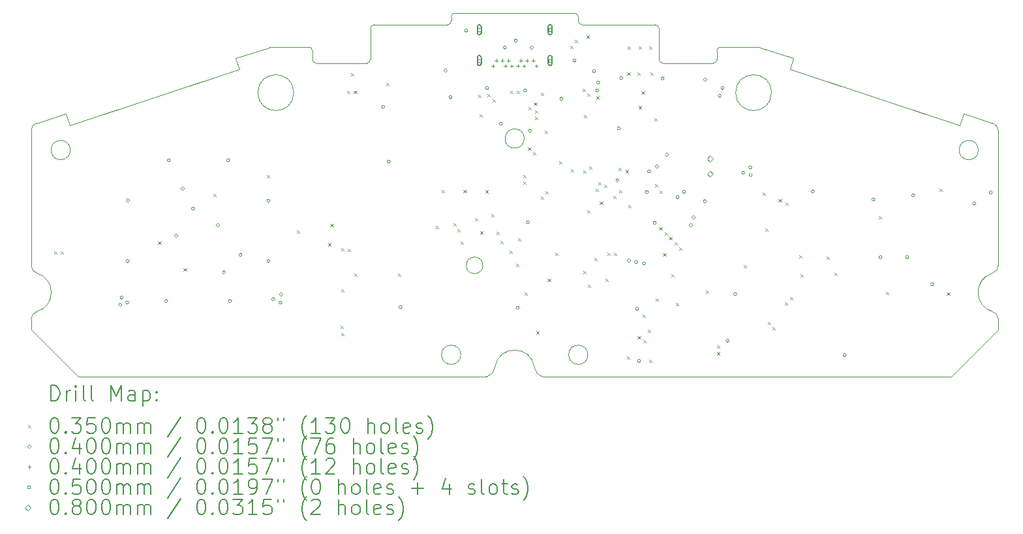
<source format=gbr>
%TF.GenerationSoftware,KiCad,Pcbnew,7.0.6*%
%TF.CreationDate,2023-08-31T16:45:59-07:00*%
%TF.ProjectId,sgpp_main_pcb,73677070-5f6d-4616-996e-5f7063622e6b,1*%
%TF.SameCoordinates,Original*%
%TF.FileFunction,Drillmap*%
%TF.FilePolarity,Positive*%
%FSLAX45Y45*%
G04 Gerber Fmt 4.5, Leading zero omitted, Abs format (unit mm)*
G04 Created by KiCad (PCBNEW 7.0.6) date 2023-08-31 16:45:59*
%MOMM*%
%LPD*%
G01*
G04 APERTURE LIST*
%ADD10C,0.100000*%
%ADD11C,0.200000*%
%ADD12C,0.035000*%
%ADD13C,0.040000*%
%ADD14C,0.050000*%
%ADD15C,0.080000*%
G04 APERTURE END LIST*
D10*
X14652062Y-12353506D02*
G75*
G03*
X14742372Y-12239247I-46352J129456D01*
G01*
X14125964Y-7795232D02*
X13175964Y-7795232D01*
X21274064Y-11747987D02*
X21274064Y-11611856D01*
X15950000Y-12075759D02*
G75*
G03*
X15950000Y-12075759I-125000J0D01*
G01*
X8725938Y-10920208D02*
G75*
G03*
X8798159Y-11016273I100012J8D01*
G01*
X13075964Y-8295234D02*
G75*
G03*
X13125964Y-8245232I6J49994D01*
G01*
X15257917Y-12241439D02*
G75*
G03*
X15347937Y-12353508I136393J17369D01*
G01*
X8725936Y-9165932D02*
X8725936Y-10920208D01*
X15347937Y-12353509D02*
G75*
G03*
X15364801Y-12356438I16863J47069D01*
G01*
X9233000Y-9420743D02*
G75*
G03*
X9233000Y-9420743I-125000J0D01*
G01*
X21274064Y-10920208D02*
X21274064Y-9165932D01*
X8798158Y-11515807D02*
G75*
G03*
X8798159Y-11016274I-72218J249767D01*
G01*
X21017000Y-9420743D02*
G75*
G03*
X21017000Y-9420743I-125000J0D01*
G01*
X15257916Y-12241439D02*
G75*
G03*
X14742372Y-12239247I-257917J-32841D01*
G01*
X14175964Y-7693562D02*
X14175964Y-7745232D01*
X12375962Y-8133737D02*
G75*
G03*
X12325964Y-8083737I-50003J-3D01*
G01*
X18151182Y-8083737D02*
X17674036Y-8083737D01*
X17574036Y-8295226D02*
G75*
G03*
X17624036Y-8245232I4J49996D01*
G01*
X20665613Y-12356438D02*
X21274064Y-11747987D01*
X11426016Y-8368313D02*
X9223094Y-9096008D01*
X12325964Y-8083737D02*
X11848818Y-8083737D01*
X13175964Y-7795234D02*
G75*
G03*
X13125964Y-7845232I6J-50006D01*
G01*
X21201840Y-11016271D02*
G75*
G03*
X21201841Y-11515809I72220J-249769D01*
G01*
X17674036Y-8083736D02*
G75*
G03*
X17624036Y-8133737I4J-50004D01*
G01*
X15824038Y-7693562D02*
G75*
G03*
X15774036Y-7643562I-49998J2D01*
G01*
X21201842Y-11016278D02*
G75*
G03*
X21274064Y-10920208I-27782J96068D01*
G01*
X9223094Y-9096008D02*
X9174091Y-8947663D01*
X21204965Y-9070826D02*
X20825909Y-8947663D01*
X15824036Y-7745232D02*
X15824036Y-7693562D01*
X14635200Y-12356439D02*
G75*
G03*
X14652063Y-12353508I-10J50039D01*
G01*
X15125000Y-9270759D02*
G75*
G03*
X15125000Y-9270759I-125000J0D01*
G01*
X18182084Y-8088632D02*
G75*
G03*
X18151182Y-8083737I-30904J-95108D01*
G01*
X9174091Y-8947663D02*
X8795035Y-9070826D01*
X11817916Y-8088631D02*
X11380569Y-8230734D01*
X8798159Y-11515810D02*
G75*
G03*
X8725936Y-11611924I27771J-96060D01*
G01*
X14125964Y-7795234D02*
G75*
G03*
X14175964Y-7745232I6J49994D01*
G01*
X14225964Y-7643564D02*
G75*
G03*
X14175964Y-7693562I6J-50006D01*
G01*
X16874036Y-8245232D02*
X16874036Y-7845232D01*
X20776906Y-9096008D02*
X18573984Y-8368313D01*
X17624036Y-8133737D02*
X17624036Y-8245232D01*
X16874038Y-8245232D02*
G75*
G03*
X16924036Y-8295232I50002J2D01*
G01*
X17574036Y-8295232D02*
X16924036Y-8295232D01*
X13125964Y-7845232D02*
X13125964Y-8245232D01*
X21274060Y-9165932D02*
G75*
G03*
X21204965Y-9070826I-100000J2D01*
G01*
X11848818Y-8083738D02*
G75*
G03*
X11817916Y-8088632I-8J-99972D01*
G01*
X18332500Y-8675743D02*
G75*
G03*
X18332500Y-8675743I-232500J0D01*
G01*
X8725936Y-11747987D02*
X9334387Y-12356438D01*
X15824038Y-7745232D02*
G75*
G03*
X15874036Y-7795232I50002J2D01*
G01*
X15774036Y-7643562D02*
X14225964Y-7643562D01*
X12132500Y-8675743D02*
G75*
G03*
X12132500Y-8675743I-232500J0D01*
G01*
X18573984Y-8368313D02*
X18619431Y-8230734D01*
X21274057Y-11611856D02*
G75*
G03*
X21201841Y-11515809I-99997J-14D01*
G01*
X9334387Y-12356438D02*
X14635200Y-12356438D01*
X15364801Y-12356438D02*
X20665613Y-12356438D01*
X14586500Y-10915743D02*
G75*
G03*
X14586500Y-10915743I-107500J0D01*
G01*
X12375964Y-8245232D02*
X12375964Y-8133737D01*
X8795034Y-9070822D02*
G75*
G03*
X8725936Y-9165932I30906J-95109D01*
G01*
X13075964Y-8295232D02*
X12425964Y-8295232D01*
X20825909Y-8947663D02*
X20776906Y-9096008D01*
X16874038Y-7845232D02*
G75*
G03*
X16824036Y-7795232I-49998J2D01*
G01*
X12375968Y-8245232D02*
G75*
G03*
X12425964Y-8295232I49992J-8D01*
G01*
X11380569Y-8230734D02*
X11426016Y-8368313D01*
X14300000Y-12075759D02*
G75*
G03*
X14300000Y-12075759I-125000J0D01*
G01*
X16824036Y-7795232D02*
X15874036Y-7795232D01*
X8725936Y-11611924D02*
X8725936Y-11747987D01*
X18619431Y-8230734D02*
X18182084Y-8088631D01*
D11*
D12*
X9022360Y-10734320D02*
X9057360Y-10769320D01*
X9057360Y-10734320D02*
X9022360Y-10769320D01*
X9111260Y-10731780D02*
X9146260Y-10766780D01*
X9146260Y-10731780D02*
X9111260Y-10766780D01*
X10373640Y-10607320D02*
X10408640Y-10642320D01*
X10408640Y-10607320D02*
X10373640Y-10642320D01*
X10703840Y-10955300D02*
X10738840Y-10990300D01*
X10738840Y-10955300D02*
X10703840Y-10990300D01*
X11089920Y-9987560D02*
X11124920Y-10022560D01*
X11124920Y-9987560D02*
X11089920Y-10022560D01*
X11783340Y-9743720D02*
X11818340Y-9778720D01*
X11818340Y-9743720D02*
X11783340Y-9778720D01*
X12169420Y-10465080D02*
X12204420Y-10500080D01*
X12204420Y-10465080D02*
X12169420Y-10500080D01*
X12580900Y-10627640D02*
X12615900Y-10662640D01*
X12615900Y-10627640D02*
X12580900Y-10662640D01*
X12608840Y-10378720D02*
X12643840Y-10413720D01*
X12643840Y-10378720D02*
X12608840Y-10413720D01*
X12743460Y-11699520D02*
X12778460Y-11734520D01*
X12778460Y-11699520D02*
X12743460Y-11734520D01*
X12746000Y-10691140D02*
X12781000Y-10726140D01*
X12781000Y-10691140D02*
X12746000Y-10726140D01*
X12748540Y-11227080D02*
X12783540Y-11262080D01*
X12783540Y-11227080D02*
X12748540Y-11262080D01*
X12748540Y-11788420D02*
X12783540Y-11823420D01*
X12783540Y-11788420D02*
X12748540Y-11823420D01*
X12824740Y-8651520D02*
X12859740Y-8686520D01*
X12859740Y-8651520D02*
X12824740Y-8686520D01*
X12832360Y-10696220D02*
X12867360Y-10731220D01*
X12867360Y-10696220D02*
X12832360Y-10731220D01*
X12878080Y-8422920D02*
X12913080Y-8457920D01*
X12913080Y-8422920D02*
X12878080Y-8457920D01*
X12913640Y-8651520D02*
X12948640Y-8686520D01*
X12948640Y-8651520D02*
X12913640Y-8686520D01*
X12916180Y-11021340D02*
X12951180Y-11056340D01*
X12951180Y-11021340D02*
X12916180Y-11056340D01*
X13330220Y-8552440D02*
X13365220Y-8587440D01*
X13365220Y-8552440D02*
X13330220Y-8587440D01*
X13482600Y-11021340D02*
X13517600Y-11056340D01*
X13517600Y-11021340D02*
X13482600Y-11056340D01*
X13975360Y-10401580D02*
X14010360Y-10436580D01*
X14010360Y-10401580D02*
X13975360Y-10436580D01*
X14054100Y-9934220D02*
X14089100Y-9969220D01*
X14089100Y-9934220D02*
X14054100Y-9969220D01*
X14201420Y-10366020D02*
X14236420Y-10401020D01*
X14236420Y-10366020D02*
X14201420Y-10401020D01*
X14257300Y-10442220D02*
X14292300Y-10477220D01*
X14292300Y-10442220D02*
X14257300Y-10477220D01*
X14295400Y-10609860D02*
X14330400Y-10644860D01*
X14330400Y-10609860D02*
X14295400Y-10644860D01*
X14336040Y-9939300D02*
X14371040Y-9974300D01*
X14371040Y-9939300D02*
X14336040Y-9974300D01*
X14485900Y-10299980D02*
X14520900Y-10334980D01*
X14520900Y-10299980D02*
X14485900Y-10334980D01*
X14529300Y-8705080D02*
X14564300Y-8740080D01*
X14564300Y-8705080D02*
X14529300Y-8740080D01*
X14544100Y-8959080D02*
X14579100Y-8994080D01*
X14579100Y-8959080D02*
X14544100Y-8994080D01*
X14551940Y-10475240D02*
X14586940Y-10510240D01*
X14586940Y-10475240D02*
X14551940Y-10510240D01*
X14617980Y-9941840D02*
X14652980Y-9976840D01*
X14652980Y-9941840D02*
X14617980Y-9976840D01*
X14643312Y-8694500D02*
X14678312Y-8729500D01*
X14678312Y-8694500D02*
X14643312Y-8729500D01*
X14696720Y-10251720D02*
X14731720Y-10286720D01*
X14731720Y-10251720D02*
X14696720Y-10286720D01*
X14709802Y-8757090D02*
X14744802Y-8792090D01*
X14744802Y-8757090D02*
X14709802Y-8792090D01*
X14765300Y-10480320D02*
X14800300Y-10515320D01*
X14800300Y-10480320D02*
X14765300Y-10515320D01*
X14811020Y-10599700D02*
X14846020Y-10634700D01*
X14846020Y-10599700D02*
X14811020Y-10634700D01*
X14932940Y-10724160D02*
X14967940Y-10759160D01*
X14967940Y-10724160D02*
X14932940Y-10759160D01*
X14938020Y-8651520D02*
X14973020Y-8686520D01*
X14973020Y-8651520D02*
X14938020Y-8686520D01*
X15019300Y-10896880D02*
X15054300Y-10931880D01*
X15054300Y-10896880D02*
X15019300Y-10931880D01*
X15024380Y-8651520D02*
X15059380Y-8686520D01*
X15059380Y-8651520D02*
X15024380Y-8686520D01*
X15044700Y-10561600D02*
X15079700Y-10596600D01*
X15079700Y-10561600D02*
X15044700Y-10596600D01*
X15108200Y-9830080D02*
X15143200Y-9865080D01*
X15143200Y-9830080D02*
X15108200Y-9865080D01*
X15113280Y-9741180D02*
X15148280Y-9776180D01*
X15148280Y-9741180D02*
X15113280Y-9776180D01*
X15128520Y-11267720D02*
X15163520Y-11302720D01*
X15163520Y-11267720D02*
X15128520Y-11302720D01*
X15174240Y-9385580D02*
X15209240Y-9420580D01*
X15209240Y-9385580D02*
X15174240Y-9420580D01*
X15176780Y-8862340D02*
X15211780Y-8897340D01*
X15211780Y-8862340D02*
X15176780Y-8897340D01*
X15237740Y-9449080D02*
X15272740Y-9484080D01*
X15272740Y-9449080D02*
X15237740Y-9484080D01*
X15249901Y-8801241D02*
X15284901Y-8836241D01*
X15284901Y-8801241D02*
X15249901Y-8836241D01*
X15265680Y-8902980D02*
X15300680Y-8937980D01*
X15300680Y-8902980D02*
X15265680Y-8937980D01*
X15265680Y-8989340D02*
X15300680Y-9024340D01*
X15300680Y-8989340D02*
X15265680Y-9024340D01*
X15278380Y-11770640D02*
X15313380Y-11805640D01*
X15313380Y-11770640D02*
X15278380Y-11805640D01*
X15336800Y-10025660D02*
X15371800Y-10060660D01*
X15371800Y-10025660D02*
X15336800Y-10060660D01*
X15340957Y-8677547D02*
X15375957Y-8712547D01*
X15375957Y-8677547D02*
X15340957Y-8712547D01*
X15392680Y-9164600D02*
X15427680Y-9199600D01*
X15427680Y-9164600D02*
X15392680Y-9199600D01*
X15400300Y-9954540D02*
X15435300Y-9989540D01*
X15435300Y-9954540D02*
X15400300Y-9989540D01*
X15428240Y-11087380D02*
X15463240Y-11122380D01*
X15463240Y-11087380D02*
X15428240Y-11122380D01*
X15524760Y-10752100D02*
X15559760Y-10787100D01*
X15559760Y-10752100D02*
X15524760Y-10787100D01*
X15575560Y-9563380D02*
X15610560Y-9598380D01*
X15610560Y-9563380D02*
X15575560Y-9598380D01*
X15722494Y-8063880D02*
X15757494Y-8098880D01*
X15757494Y-8063880D02*
X15722494Y-8098880D01*
X15727960Y-9670060D02*
X15762960Y-9705060D01*
X15762960Y-9670060D02*
X15727960Y-9705060D01*
X15781934Y-7990455D02*
X15816934Y-8025455D01*
X15816934Y-7990455D02*
X15781934Y-8025455D01*
X15877820Y-8623580D02*
X15912820Y-8658580D01*
X15912820Y-8623580D02*
X15877820Y-8658580D01*
X15887980Y-10988320D02*
X15922980Y-11023320D01*
X15922980Y-10988320D02*
X15887980Y-11023320D01*
X15891271Y-9683821D02*
X15926271Y-9718821D01*
X15926271Y-9683821D02*
X15891271Y-9718821D01*
X15898140Y-8963940D02*
X15933140Y-8998940D01*
X15933140Y-8963940D02*
X15898140Y-8998940D01*
X15931117Y-7935677D02*
X15966117Y-7970677D01*
X15966117Y-7935677D02*
X15931117Y-7970677D01*
X15938780Y-10198380D02*
X15973780Y-10233380D01*
X15973780Y-10198380D02*
X15938780Y-10233380D01*
X15943860Y-8682000D02*
X15978860Y-8717000D01*
X15978860Y-8682000D02*
X15943860Y-8717000D01*
X15950751Y-11166239D02*
X15985751Y-11201239D01*
X15985751Y-11166239D02*
X15950751Y-11201239D01*
X15968023Y-9633020D02*
X16003023Y-9668020D01*
X16003023Y-9633020D02*
X15968023Y-9668020D01*
X16035300Y-10820680D02*
X16070300Y-10855680D01*
X16070300Y-10820680D02*
X16035300Y-10855680D01*
X16048000Y-9918980D02*
X16083000Y-9953980D01*
X16083000Y-9918980D02*
X16048000Y-9953980D01*
X16060700Y-8722640D02*
X16095700Y-8757640D01*
X16095700Y-8722640D02*
X16060700Y-8757640D01*
X16083560Y-9832620D02*
X16118560Y-9867620D01*
X16118560Y-9832620D02*
X16083560Y-9867620D01*
X16105271Y-10089602D02*
X16140271Y-10124602D01*
X16140271Y-10089602D02*
X16105271Y-10124602D01*
X16161885Y-9872455D02*
X16196885Y-9907455D01*
X16196885Y-9872455D02*
X16161885Y-9907455D01*
X16177540Y-11089920D02*
X16212540Y-11124920D01*
X16212540Y-11089920D02*
X16177540Y-11124920D01*
X16200400Y-10752100D02*
X16235400Y-10787100D01*
X16235400Y-10752100D02*
X16200400Y-10787100D01*
X16276600Y-10010420D02*
X16311600Y-10045420D01*
X16311600Y-10010420D02*
X16276600Y-10045420D01*
X16289300Y-10752100D02*
X16324300Y-10787100D01*
X16324300Y-10752100D02*
X16289300Y-10787100D01*
X16343435Y-9651440D02*
X16378435Y-9686440D01*
X16378435Y-9651440D02*
X16343435Y-9686440D01*
X16357880Y-9936760D02*
X16392880Y-9971760D01*
X16392880Y-9936760D02*
X16357880Y-9971760D01*
X16441020Y-9679186D02*
X16476020Y-9714186D01*
X16476020Y-9679186D02*
X16441020Y-9714186D01*
X16459480Y-12095760D02*
X16494480Y-12130760D01*
X16494480Y-12095760D02*
X16459480Y-12130760D01*
X16461501Y-8410220D02*
X16496501Y-8445220D01*
X16496501Y-8410220D02*
X16461501Y-8445220D01*
X16462819Y-8078566D02*
X16497819Y-8113566D01*
X16497819Y-8078566D02*
X16462819Y-8113566D01*
X16472180Y-10134880D02*
X16507180Y-10169880D01*
X16507180Y-10134880D02*
X16472180Y-10169880D01*
X16590987Y-8415926D02*
X16625987Y-8450926D01*
X16625987Y-8415926D02*
X16590987Y-8450926D01*
X16596640Y-11834140D02*
X16631640Y-11869140D01*
X16631640Y-11834140D02*
X16596640Y-11869140D01*
X16606800Y-8849640D02*
X16641800Y-8884640D01*
X16641800Y-8849640D02*
X16606800Y-8884640D01*
X16609172Y-8078271D02*
X16644172Y-8113271D01*
X16644172Y-8078271D02*
X16609172Y-8113271D01*
X16647440Y-8661680D02*
X16682440Y-8696680D01*
X16682440Y-8661680D02*
X16647440Y-8696680D01*
X16662680Y-11557280D02*
X16697680Y-11592280D01*
X16697680Y-11557280D02*
X16662680Y-11592280D01*
X16667760Y-11884940D02*
X16702760Y-11919940D01*
X16702760Y-11884940D02*
X16667760Y-11919940D01*
X16731260Y-11752860D02*
X16766260Y-11787860D01*
X16766260Y-11752860D02*
X16731260Y-11787860D01*
X16741470Y-8076444D02*
X16776470Y-8111444D01*
X16776470Y-8076444D02*
X16741470Y-8111444D01*
X16746500Y-12141480D02*
X16781500Y-12176480D01*
X16781500Y-12141480D02*
X16746500Y-12176480D01*
X16760516Y-8414275D02*
X16795517Y-8449275D01*
X16795517Y-8414275D02*
X16760516Y-8449275D01*
X16810000Y-9009660D02*
X16845000Y-9044660D01*
X16845000Y-9009660D02*
X16810000Y-9044660D01*
X16821132Y-9857887D02*
X16856132Y-9892887D01*
X16856132Y-9857887D02*
X16821132Y-9892887D01*
X16832860Y-11341380D02*
X16867860Y-11376380D01*
X16867860Y-11341380D02*
X16832860Y-11376380D01*
X16876040Y-10419360D02*
X16911040Y-10454360D01*
X16911040Y-10419360D02*
X16876040Y-10454360D01*
X16881120Y-9944380D02*
X16916120Y-9979380D01*
X16916120Y-9944380D02*
X16881120Y-9979380D01*
X16926840Y-10762260D02*
X16961840Y-10797260D01*
X16961840Y-10762260D02*
X16926840Y-10797260D01*
X16944620Y-10485400D02*
X16979620Y-10520400D01*
X16979620Y-10485400D02*
X16944620Y-10520400D01*
X17003040Y-10548900D02*
X17038040Y-10583900D01*
X17038040Y-10548900D02*
X17003040Y-10583900D01*
X17030980Y-11026420D02*
X17065980Y-11061420D01*
X17065980Y-11026420D02*
X17030980Y-11061420D01*
X17071620Y-10617480D02*
X17106620Y-10652480D01*
X17106620Y-10617480D02*
X17071620Y-10652480D01*
X17091940Y-11404880D02*
X17126940Y-11439880D01*
X17126940Y-11404880D02*
X17091940Y-11439880D01*
X17137660Y-10686060D02*
X17172660Y-10721060D01*
X17172660Y-10686060D02*
X17137660Y-10721060D01*
X17478020Y-11239780D02*
X17513020Y-11274780D01*
X17513020Y-11239780D02*
X17478020Y-11274780D01*
X17625340Y-11951700D02*
X17660340Y-11986700D01*
X17660340Y-11951700D02*
X17625340Y-11986700D01*
X17625340Y-12041700D02*
X17660340Y-12076700D01*
X17660340Y-12041700D02*
X17625340Y-12076700D01*
X17969367Y-10908306D02*
X18004367Y-10943306D01*
X18004367Y-10908306D02*
X17969367Y-10943306D01*
X18219700Y-9972320D02*
X18254700Y-10007320D01*
X18254700Y-9972320D02*
X18219700Y-10007320D01*
X18255260Y-10437140D02*
X18290260Y-10472140D01*
X18290260Y-10437140D02*
X18255260Y-10472140D01*
X18283200Y-11648720D02*
X18318200Y-11683720D01*
X18318200Y-11648720D02*
X18283200Y-11683720D01*
X18346700Y-11712220D02*
X18381700Y-11747220D01*
X18381700Y-11712220D02*
X18346700Y-11747220D01*
X18425440Y-10056140D02*
X18460440Y-10091140D01*
X18460440Y-10056140D02*
X18425440Y-10091140D01*
X18509260Y-11392180D02*
X18544260Y-11427180D01*
X18544260Y-11392180D02*
X18509260Y-11427180D01*
X18511800Y-10099320D02*
X18546800Y-10134320D01*
X18546800Y-10099320D02*
X18511800Y-10134320D01*
X18572760Y-11326140D02*
X18607760Y-11361140D01*
X18607760Y-11326140D02*
X18572760Y-11361140D01*
X18694680Y-10782580D02*
X18729680Y-10817580D01*
X18729680Y-10782580D02*
X18694680Y-10817580D01*
X18707380Y-11026420D02*
X18742380Y-11061420D01*
X18742380Y-11026420D02*
X18707380Y-11061420D01*
X19047740Y-10802900D02*
X19082740Y-10837900D01*
X19082740Y-10802900D02*
X19047740Y-10837900D01*
X19149340Y-11013720D02*
X19184340Y-11048720D01*
X19184340Y-11013720D02*
X19149340Y-11048720D01*
X19725920Y-10277120D02*
X19760920Y-10312120D01*
X19760920Y-10277120D02*
X19725920Y-10312120D01*
X19819900Y-11255020D02*
X19854900Y-11290020D01*
X19854900Y-11255020D02*
X19819900Y-11290020D01*
X20510780Y-9921520D02*
X20545780Y-9956520D01*
X20545780Y-9921520D02*
X20510780Y-9956520D01*
X20609840Y-11265180D02*
X20644840Y-11300180D01*
X20644840Y-11265180D02*
X20609840Y-11300180D01*
D13*
X9900600Y-11427460D02*
G75*
G03*
X9900600Y-11427460I-20000J0D01*
G01*
X9918380Y-11333480D02*
G75*
G03*
X9918380Y-11333480I-20000J0D01*
G01*
X9992040Y-11396980D02*
G75*
G03*
X9992040Y-11396980I-20000J0D01*
G01*
X9997120Y-10858500D02*
G75*
G03*
X9997120Y-10858500I-20000J0D01*
G01*
X10002200Y-10073640D02*
G75*
G03*
X10002200Y-10073640I-20000J0D01*
G01*
X10497500Y-11379200D02*
G75*
G03*
X10497500Y-11379200I-20000J0D01*
G01*
X10530520Y-9552940D02*
G75*
G03*
X10530520Y-9552940I-20000J0D01*
G01*
X10627040Y-10530840D02*
G75*
G03*
X10627040Y-10530840I-20000J0D01*
G01*
X10710860Y-9921240D02*
G75*
G03*
X10710860Y-9921240I-20000J0D01*
G01*
X10845480Y-10180320D02*
G75*
G03*
X10845480Y-10180320I-20000J0D01*
G01*
X11168060Y-10396220D02*
G75*
G03*
X11168060Y-10396220I-20000J0D01*
G01*
X11246800Y-11005820D02*
G75*
G03*
X11246800Y-11005820I-20000J0D01*
G01*
X11300140Y-9552940D02*
G75*
G03*
X11300140Y-9552940I-20000J0D01*
G01*
X11325540Y-11379200D02*
G75*
G03*
X11325540Y-11379200I-20000J0D01*
G01*
X11462700Y-10777220D02*
G75*
G03*
X11462700Y-10777220I-20000J0D01*
G01*
X11823380Y-10076180D02*
G75*
G03*
X11823380Y-10076180I-20000J0D01*
G01*
X11823380Y-10858500D02*
G75*
G03*
X11823380Y-10858500I-20000J0D01*
G01*
X11886880Y-11353800D02*
G75*
G03*
X11886880Y-11353800I-20000J0D01*
G01*
X11980860Y-11399520D02*
G75*
G03*
X11980860Y-11399520I-20000J0D01*
G01*
X11988480Y-11292840D02*
G75*
G03*
X11988480Y-11292840I-20000J0D01*
G01*
X13311820Y-8859520D02*
G75*
G03*
X13311820Y-8859520I-20000J0D01*
G01*
X13385480Y-9568180D02*
G75*
G03*
X13385480Y-9568180I-20000J0D01*
G01*
X13537880Y-11457940D02*
G75*
G03*
X13537880Y-11457940I-20000J0D01*
G01*
X14122080Y-8389620D02*
G75*
G03*
X14122080Y-8389620I-20000J0D01*
G01*
X14185580Y-8735060D02*
G75*
G03*
X14185580Y-8735060I-20000J0D01*
G01*
X14388780Y-7871460D02*
G75*
G03*
X14388780Y-7871460I-20000J0D01*
G01*
X14660702Y-8615879D02*
G75*
G03*
X14660702Y-8615879I-20000J0D01*
G01*
X14840900Y-9077960D02*
G75*
G03*
X14840900Y-9077960I-20000J0D01*
G01*
X14892970Y-8091170D02*
G75*
G03*
X14892970Y-8091170I-20000J0D01*
G01*
X15033940Y-8001000D02*
G75*
G03*
X15033940Y-8001000I-20000J0D01*
G01*
X15059340Y-11465560D02*
G75*
G03*
X15059340Y-11465560I-20000J0D01*
G01*
X15155860Y-8648700D02*
G75*
G03*
X15155860Y-8648700I-20000J0D01*
G01*
X15191420Y-10355580D02*
G75*
G03*
X15191420Y-10355580I-20000J0D01*
G01*
X15216820Y-9169400D02*
G75*
G03*
X15216820Y-9169400I-20000J0D01*
G01*
X15241352Y-8091870D02*
G75*
G03*
X15241352Y-8091870I-20000J0D01*
G01*
X15625760Y-8755380D02*
G75*
G03*
X15625760Y-8755380I-20000J0D01*
G01*
X15794752Y-8259985D02*
G75*
G03*
X15794752Y-8259985I-20000J0D01*
G01*
X16049940Y-8394700D02*
G75*
G03*
X16049940Y-8394700I-20000J0D01*
G01*
X16091270Y-8645864D02*
G75*
G03*
X16091270Y-8645864I-20000J0D01*
G01*
X16103280Y-8544560D02*
G75*
G03*
X16103280Y-8544560I-20000J0D01*
G01*
X16352200Y-9812020D02*
G75*
G03*
X16352200Y-9812020I-20000J0D01*
G01*
X16369980Y-9138920D02*
G75*
G03*
X16369980Y-9138920I-20000J0D01*
G01*
X16403000Y-8486140D02*
G75*
G03*
X16403000Y-8486140I-20000J0D01*
G01*
X16502060Y-10853420D02*
G75*
G03*
X16502060Y-10853420I-20000J0D01*
G01*
X16596040Y-10871200D02*
G75*
G03*
X16596040Y-10871200I-20000J0D01*
G01*
X16608740Y-11478260D02*
G75*
G03*
X16608740Y-11478260I-20000J0D01*
G01*
X16634140Y-12153900D02*
G75*
G03*
X16634140Y-12153900I-20000J0D01*
G01*
X16697640Y-10888980D02*
G75*
G03*
X16697640Y-10888980I-20000J0D01*
G01*
X16735740Y-9964420D02*
G75*
G03*
X16735740Y-9964420I-20000J0D01*
G01*
X16763680Y-9697720D02*
G75*
G03*
X16763680Y-9697720I-20000J0D01*
G01*
X16837340Y-10363200D02*
G75*
G03*
X16837340Y-10363200I-20000J0D01*
G01*
X16865280Y-9634220D02*
G75*
G03*
X16865280Y-9634220I-20000J0D01*
G01*
X16937415Y-8490854D02*
G75*
G03*
X16937415Y-8490854I-20000J0D01*
G01*
X16994820Y-9481820D02*
G75*
G03*
X16994820Y-9481820I-20000J0D01*
G01*
X17134520Y-10030460D02*
G75*
G03*
X17134520Y-10030460I-20000J0D01*
G01*
X17218340Y-9961880D02*
G75*
G03*
X17218340Y-9961880I-20000J0D01*
G01*
X17307240Y-10396220D02*
G75*
G03*
X17307240Y-10396220I-20000J0D01*
G01*
X17340260Y-10294620D02*
G75*
G03*
X17340260Y-10294620I-20000J0D01*
G01*
X17487580Y-10083800D02*
G75*
G03*
X17487580Y-10083800I-20000J0D01*
G01*
X17492660Y-8506460D02*
G75*
G03*
X17492660Y-8506460I-20000J0D01*
G01*
X17680620Y-8717280D02*
G75*
G03*
X17680620Y-8717280I-20000J0D01*
G01*
X17716180Y-8615680D02*
G75*
G03*
X17716180Y-8615680I-20000J0D01*
G01*
X17782220Y-11892280D02*
G75*
G03*
X17782220Y-11892280I-20000J0D01*
G01*
X17881280Y-11290300D02*
G75*
G03*
X17881280Y-11290300I-20000J0D01*
G01*
X17985420Y-9715500D02*
G75*
G03*
X17985420Y-9715500I-20000J0D01*
G01*
X18076860Y-9644380D02*
G75*
G03*
X18076860Y-9644380I-20000J0D01*
G01*
X18081940Y-9743440D02*
G75*
G03*
X18081940Y-9743440I-20000J0D01*
G01*
X18889660Y-9956800D02*
G75*
G03*
X18889660Y-9956800I-20000J0D01*
G01*
X19301140Y-12077700D02*
G75*
G03*
X19301140Y-12077700I-20000J0D01*
G01*
X19677060Y-10060940D02*
G75*
G03*
X19677060Y-10060940I-20000J0D01*
G01*
X19768500Y-10810240D02*
G75*
G03*
X19768500Y-10810240I-20000J0D01*
G01*
X20113940Y-10807700D02*
G75*
G03*
X20113940Y-10807700I-20000J0D01*
G01*
X20192680Y-10007600D02*
G75*
G03*
X20192680Y-10007600I-20000J0D01*
G01*
X20439060Y-11160760D02*
G75*
G03*
X20439060Y-11160760I-20000J0D01*
G01*
X20982620Y-10114280D02*
G75*
G03*
X20982620Y-10114280I-20000J0D01*
G01*
X21198520Y-9972040D02*
G75*
G03*
X21198520Y-9972040I-20000J0D01*
G01*
X14720000Y-8310242D02*
X14720000Y-8350242D01*
X14700000Y-8330242D02*
X14740000Y-8330242D01*
X14760000Y-8239242D02*
X14760000Y-8279242D01*
X14740000Y-8259242D02*
X14780000Y-8259242D01*
X14840000Y-8239242D02*
X14840000Y-8279242D01*
X14820000Y-8259242D02*
X14860000Y-8259242D01*
X14880000Y-8310242D02*
X14880000Y-8350242D01*
X14860000Y-8330242D02*
X14900000Y-8330242D01*
X14920000Y-8239242D02*
X14920000Y-8279242D01*
X14900000Y-8259242D02*
X14940000Y-8259242D01*
X14960000Y-8310242D02*
X14960000Y-8350242D01*
X14940000Y-8330242D02*
X14980000Y-8330242D01*
X15040000Y-8310242D02*
X15040000Y-8350242D01*
X15020000Y-8330242D02*
X15060000Y-8330242D01*
X15080000Y-8239242D02*
X15080000Y-8279242D01*
X15060000Y-8259242D02*
X15100000Y-8259242D01*
X15120000Y-8310242D02*
X15120000Y-8350242D01*
X15100000Y-8330242D02*
X15140000Y-8330242D01*
X15160000Y-8239242D02*
X15160000Y-8279242D01*
X15140000Y-8259242D02*
X15180000Y-8259242D01*
X15240000Y-8239242D02*
X15240000Y-8279242D01*
X15220000Y-8259242D02*
X15260000Y-8259242D01*
X15280000Y-8310242D02*
X15280000Y-8350242D01*
X15260000Y-8330242D02*
X15300000Y-8330242D01*
D14*
X14557678Y-7876920D02*
X14557678Y-7841565D01*
X14522322Y-7841565D01*
X14522322Y-7876920D01*
X14557678Y-7876920D01*
D11*
X14515000Y-7819242D02*
X14515000Y-7899242D01*
X14515000Y-7899242D02*
G75*
G03*
X14565000Y-7899242I25000J0D01*
G01*
X14565000Y-7899242D02*
X14565000Y-7819242D01*
X14565000Y-7819242D02*
G75*
G03*
X14515000Y-7819242I-25000J0D01*
G01*
D14*
X14557678Y-8276920D02*
X14557678Y-8241565D01*
X14522322Y-8241565D01*
X14522322Y-8276920D01*
X14557678Y-8276920D01*
D11*
X14515000Y-8219242D02*
X14515000Y-8299242D01*
X14515000Y-8299242D02*
G75*
G03*
X14565000Y-8299242I25000J0D01*
G01*
X14565000Y-8299242D02*
X14565000Y-8219242D01*
X14565000Y-8219242D02*
G75*
G03*
X14515000Y-8219242I-25000J0D01*
G01*
D14*
X15477678Y-7876920D02*
X15477678Y-7841565D01*
X15442322Y-7841565D01*
X15442322Y-7876920D01*
X15477678Y-7876920D01*
D11*
X15435000Y-7819242D02*
X15435000Y-7899242D01*
X15435000Y-7899242D02*
G75*
G03*
X15485000Y-7899242I25000J0D01*
G01*
X15485000Y-7899242D02*
X15485000Y-7819242D01*
X15485000Y-7819242D02*
G75*
G03*
X15435000Y-7819242I-25000J0D01*
G01*
D14*
X15477678Y-8276920D02*
X15477678Y-8241565D01*
X15442322Y-8241565D01*
X15442322Y-8276920D01*
X15477678Y-8276920D01*
D11*
X15435000Y-8219242D02*
X15435000Y-8299242D01*
X15435000Y-8299242D02*
G75*
G03*
X15485000Y-8299242I25000J0D01*
G01*
X15485000Y-8299242D02*
X15485000Y-8219242D01*
X15485000Y-8219242D02*
G75*
G03*
X15435000Y-8219242I-25000J0D01*
G01*
D15*
X17536160Y-9570080D02*
X17576160Y-9530080D01*
X17536160Y-9490080D01*
X17496160Y-9530080D01*
X17536160Y-9570080D01*
X17536160Y-9770080D02*
X17576160Y-9730080D01*
X17536160Y-9690080D01*
X17496160Y-9730080D01*
X17536160Y-9770080D01*
D11*
X8981713Y-12672922D02*
X8981713Y-12472922D01*
X8981713Y-12472922D02*
X9029332Y-12472922D01*
X9029332Y-12472922D02*
X9057903Y-12482446D01*
X9057903Y-12482446D02*
X9076951Y-12501494D01*
X9076951Y-12501494D02*
X9086475Y-12520541D01*
X9086475Y-12520541D02*
X9095998Y-12558636D01*
X9095998Y-12558636D02*
X9095998Y-12587208D01*
X9095998Y-12587208D02*
X9086475Y-12625303D01*
X9086475Y-12625303D02*
X9076951Y-12644351D01*
X9076951Y-12644351D02*
X9057903Y-12663398D01*
X9057903Y-12663398D02*
X9029332Y-12672922D01*
X9029332Y-12672922D02*
X8981713Y-12672922D01*
X9181713Y-12672922D02*
X9181713Y-12539589D01*
X9181713Y-12577684D02*
X9191237Y-12558636D01*
X9191237Y-12558636D02*
X9200760Y-12549113D01*
X9200760Y-12549113D02*
X9219808Y-12539589D01*
X9219808Y-12539589D02*
X9238856Y-12539589D01*
X9305522Y-12672922D02*
X9305522Y-12539589D01*
X9305522Y-12472922D02*
X9295998Y-12482446D01*
X9295998Y-12482446D02*
X9305522Y-12491970D01*
X9305522Y-12491970D02*
X9315046Y-12482446D01*
X9315046Y-12482446D02*
X9305522Y-12472922D01*
X9305522Y-12472922D02*
X9305522Y-12491970D01*
X9429332Y-12672922D02*
X9410284Y-12663398D01*
X9410284Y-12663398D02*
X9400760Y-12644351D01*
X9400760Y-12644351D02*
X9400760Y-12472922D01*
X9534094Y-12672922D02*
X9515046Y-12663398D01*
X9515046Y-12663398D02*
X9505522Y-12644351D01*
X9505522Y-12644351D02*
X9505522Y-12472922D01*
X9762665Y-12672922D02*
X9762665Y-12472922D01*
X9762665Y-12472922D02*
X9829332Y-12615779D01*
X9829332Y-12615779D02*
X9895998Y-12472922D01*
X9895998Y-12472922D02*
X9895998Y-12672922D01*
X10076951Y-12672922D02*
X10076951Y-12568160D01*
X10076951Y-12568160D02*
X10067427Y-12549113D01*
X10067427Y-12549113D02*
X10048379Y-12539589D01*
X10048379Y-12539589D02*
X10010284Y-12539589D01*
X10010284Y-12539589D02*
X9991237Y-12549113D01*
X10076951Y-12663398D02*
X10057903Y-12672922D01*
X10057903Y-12672922D02*
X10010284Y-12672922D01*
X10010284Y-12672922D02*
X9991237Y-12663398D01*
X9991237Y-12663398D02*
X9981713Y-12644351D01*
X9981713Y-12644351D02*
X9981713Y-12625303D01*
X9981713Y-12625303D02*
X9991237Y-12606255D01*
X9991237Y-12606255D02*
X10010284Y-12596732D01*
X10010284Y-12596732D02*
X10057903Y-12596732D01*
X10057903Y-12596732D02*
X10076951Y-12587208D01*
X10172189Y-12539589D02*
X10172189Y-12739589D01*
X10172189Y-12549113D02*
X10191237Y-12539589D01*
X10191237Y-12539589D02*
X10229332Y-12539589D01*
X10229332Y-12539589D02*
X10248379Y-12549113D01*
X10248379Y-12549113D02*
X10257903Y-12558636D01*
X10257903Y-12558636D02*
X10267427Y-12577684D01*
X10267427Y-12577684D02*
X10267427Y-12634827D01*
X10267427Y-12634827D02*
X10257903Y-12653874D01*
X10257903Y-12653874D02*
X10248379Y-12663398D01*
X10248379Y-12663398D02*
X10229332Y-12672922D01*
X10229332Y-12672922D02*
X10191237Y-12672922D01*
X10191237Y-12672922D02*
X10172189Y-12663398D01*
X10353141Y-12653874D02*
X10362665Y-12663398D01*
X10362665Y-12663398D02*
X10353141Y-12672922D01*
X10353141Y-12672922D02*
X10343618Y-12663398D01*
X10343618Y-12663398D02*
X10353141Y-12653874D01*
X10353141Y-12653874D02*
X10353141Y-12672922D01*
X10353141Y-12549113D02*
X10362665Y-12558636D01*
X10362665Y-12558636D02*
X10353141Y-12568160D01*
X10353141Y-12568160D02*
X10343618Y-12558636D01*
X10343618Y-12558636D02*
X10353141Y-12549113D01*
X10353141Y-12549113D02*
X10353141Y-12568160D01*
D12*
X8685936Y-12983938D02*
X8720936Y-13018938D01*
X8720936Y-12983938D02*
X8685936Y-13018938D01*
D11*
X9019808Y-12892922D02*
X9038856Y-12892922D01*
X9038856Y-12892922D02*
X9057903Y-12902446D01*
X9057903Y-12902446D02*
X9067427Y-12911970D01*
X9067427Y-12911970D02*
X9076951Y-12931017D01*
X9076951Y-12931017D02*
X9086475Y-12969113D01*
X9086475Y-12969113D02*
X9086475Y-13016732D01*
X9086475Y-13016732D02*
X9076951Y-13054827D01*
X9076951Y-13054827D02*
X9067427Y-13073874D01*
X9067427Y-13073874D02*
X9057903Y-13083398D01*
X9057903Y-13083398D02*
X9038856Y-13092922D01*
X9038856Y-13092922D02*
X9019808Y-13092922D01*
X9019808Y-13092922D02*
X9000760Y-13083398D01*
X9000760Y-13083398D02*
X8991237Y-13073874D01*
X8991237Y-13073874D02*
X8981713Y-13054827D01*
X8981713Y-13054827D02*
X8972189Y-13016732D01*
X8972189Y-13016732D02*
X8972189Y-12969113D01*
X8972189Y-12969113D02*
X8981713Y-12931017D01*
X8981713Y-12931017D02*
X8991237Y-12911970D01*
X8991237Y-12911970D02*
X9000760Y-12902446D01*
X9000760Y-12902446D02*
X9019808Y-12892922D01*
X9172189Y-13073874D02*
X9181713Y-13083398D01*
X9181713Y-13083398D02*
X9172189Y-13092922D01*
X9172189Y-13092922D02*
X9162665Y-13083398D01*
X9162665Y-13083398D02*
X9172189Y-13073874D01*
X9172189Y-13073874D02*
X9172189Y-13092922D01*
X9248379Y-12892922D02*
X9372189Y-12892922D01*
X9372189Y-12892922D02*
X9305522Y-12969113D01*
X9305522Y-12969113D02*
X9334094Y-12969113D01*
X9334094Y-12969113D02*
X9353141Y-12978636D01*
X9353141Y-12978636D02*
X9362665Y-12988160D01*
X9362665Y-12988160D02*
X9372189Y-13007208D01*
X9372189Y-13007208D02*
X9372189Y-13054827D01*
X9372189Y-13054827D02*
X9362665Y-13073874D01*
X9362665Y-13073874D02*
X9353141Y-13083398D01*
X9353141Y-13083398D02*
X9334094Y-13092922D01*
X9334094Y-13092922D02*
X9276951Y-13092922D01*
X9276951Y-13092922D02*
X9257903Y-13083398D01*
X9257903Y-13083398D02*
X9248379Y-13073874D01*
X9553141Y-12892922D02*
X9457903Y-12892922D01*
X9457903Y-12892922D02*
X9448379Y-12988160D01*
X9448379Y-12988160D02*
X9457903Y-12978636D01*
X9457903Y-12978636D02*
X9476951Y-12969113D01*
X9476951Y-12969113D02*
X9524570Y-12969113D01*
X9524570Y-12969113D02*
X9543618Y-12978636D01*
X9543618Y-12978636D02*
X9553141Y-12988160D01*
X9553141Y-12988160D02*
X9562665Y-13007208D01*
X9562665Y-13007208D02*
X9562665Y-13054827D01*
X9562665Y-13054827D02*
X9553141Y-13073874D01*
X9553141Y-13073874D02*
X9543618Y-13083398D01*
X9543618Y-13083398D02*
X9524570Y-13092922D01*
X9524570Y-13092922D02*
X9476951Y-13092922D01*
X9476951Y-13092922D02*
X9457903Y-13083398D01*
X9457903Y-13083398D02*
X9448379Y-13073874D01*
X9686475Y-12892922D02*
X9705522Y-12892922D01*
X9705522Y-12892922D02*
X9724570Y-12902446D01*
X9724570Y-12902446D02*
X9734094Y-12911970D01*
X9734094Y-12911970D02*
X9743618Y-12931017D01*
X9743618Y-12931017D02*
X9753141Y-12969113D01*
X9753141Y-12969113D02*
X9753141Y-13016732D01*
X9753141Y-13016732D02*
X9743618Y-13054827D01*
X9743618Y-13054827D02*
X9734094Y-13073874D01*
X9734094Y-13073874D02*
X9724570Y-13083398D01*
X9724570Y-13083398D02*
X9705522Y-13092922D01*
X9705522Y-13092922D02*
X9686475Y-13092922D01*
X9686475Y-13092922D02*
X9667427Y-13083398D01*
X9667427Y-13083398D02*
X9657903Y-13073874D01*
X9657903Y-13073874D02*
X9648379Y-13054827D01*
X9648379Y-13054827D02*
X9638856Y-13016732D01*
X9638856Y-13016732D02*
X9638856Y-12969113D01*
X9638856Y-12969113D02*
X9648379Y-12931017D01*
X9648379Y-12931017D02*
X9657903Y-12911970D01*
X9657903Y-12911970D02*
X9667427Y-12902446D01*
X9667427Y-12902446D02*
X9686475Y-12892922D01*
X9838856Y-13092922D02*
X9838856Y-12959589D01*
X9838856Y-12978636D02*
X9848379Y-12969113D01*
X9848379Y-12969113D02*
X9867427Y-12959589D01*
X9867427Y-12959589D02*
X9895999Y-12959589D01*
X9895999Y-12959589D02*
X9915046Y-12969113D01*
X9915046Y-12969113D02*
X9924570Y-12988160D01*
X9924570Y-12988160D02*
X9924570Y-13092922D01*
X9924570Y-12988160D02*
X9934094Y-12969113D01*
X9934094Y-12969113D02*
X9953141Y-12959589D01*
X9953141Y-12959589D02*
X9981713Y-12959589D01*
X9981713Y-12959589D02*
X10000760Y-12969113D01*
X10000760Y-12969113D02*
X10010284Y-12988160D01*
X10010284Y-12988160D02*
X10010284Y-13092922D01*
X10105522Y-13092922D02*
X10105522Y-12959589D01*
X10105522Y-12978636D02*
X10115046Y-12969113D01*
X10115046Y-12969113D02*
X10134094Y-12959589D01*
X10134094Y-12959589D02*
X10162665Y-12959589D01*
X10162665Y-12959589D02*
X10181713Y-12969113D01*
X10181713Y-12969113D02*
X10191237Y-12988160D01*
X10191237Y-12988160D02*
X10191237Y-13092922D01*
X10191237Y-12988160D02*
X10200760Y-12969113D01*
X10200760Y-12969113D02*
X10219808Y-12959589D01*
X10219808Y-12959589D02*
X10248379Y-12959589D01*
X10248379Y-12959589D02*
X10267427Y-12969113D01*
X10267427Y-12969113D02*
X10276951Y-12988160D01*
X10276951Y-12988160D02*
X10276951Y-13092922D01*
X10667427Y-12883398D02*
X10495999Y-13140541D01*
X10924570Y-12892922D02*
X10943618Y-12892922D01*
X10943618Y-12892922D02*
X10962665Y-12902446D01*
X10962665Y-12902446D02*
X10972189Y-12911970D01*
X10972189Y-12911970D02*
X10981713Y-12931017D01*
X10981713Y-12931017D02*
X10991237Y-12969113D01*
X10991237Y-12969113D02*
X10991237Y-13016732D01*
X10991237Y-13016732D02*
X10981713Y-13054827D01*
X10981713Y-13054827D02*
X10972189Y-13073874D01*
X10972189Y-13073874D02*
X10962665Y-13083398D01*
X10962665Y-13083398D02*
X10943618Y-13092922D01*
X10943618Y-13092922D02*
X10924570Y-13092922D01*
X10924570Y-13092922D02*
X10905522Y-13083398D01*
X10905522Y-13083398D02*
X10895999Y-13073874D01*
X10895999Y-13073874D02*
X10886475Y-13054827D01*
X10886475Y-13054827D02*
X10876951Y-13016732D01*
X10876951Y-13016732D02*
X10876951Y-12969113D01*
X10876951Y-12969113D02*
X10886475Y-12931017D01*
X10886475Y-12931017D02*
X10895999Y-12911970D01*
X10895999Y-12911970D02*
X10905522Y-12902446D01*
X10905522Y-12902446D02*
X10924570Y-12892922D01*
X11076951Y-13073874D02*
X11086475Y-13083398D01*
X11086475Y-13083398D02*
X11076951Y-13092922D01*
X11076951Y-13092922D02*
X11067427Y-13083398D01*
X11067427Y-13083398D02*
X11076951Y-13073874D01*
X11076951Y-13073874D02*
X11076951Y-13092922D01*
X11210284Y-12892922D02*
X11229332Y-12892922D01*
X11229332Y-12892922D02*
X11248380Y-12902446D01*
X11248380Y-12902446D02*
X11257903Y-12911970D01*
X11257903Y-12911970D02*
X11267427Y-12931017D01*
X11267427Y-12931017D02*
X11276951Y-12969113D01*
X11276951Y-12969113D02*
X11276951Y-13016732D01*
X11276951Y-13016732D02*
X11267427Y-13054827D01*
X11267427Y-13054827D02*
X11257903Y-13073874D01*
X11257903Y-13073874D02*
X11248380Y-13083398D01*
X11248380Y-13083398D02*
X11229332Y-13092922D01*
X11229332Y-13092922D02*
X11210284Y-13092922D01*
X11210284Y-13092922D02*
X11191237Y-13083398D01*
X11191237Y-13083398D02*
X11181713Y-13073874D01*
X11181713Y-13073874D02*
X11172189Y-13054827D01*
X11172189Y-13054827D02*
X11162665Y-13016732D01*
X11162665Y-13016732D02*
X11162665Y-12969113D01*
X11162665Y-12969113D02*
X11172189Y-12931017D01*
X11172189Y-12931017D02*
X11181713Y-12911970D01*
X11181713Y-12911970D02*
X11191237Y-12902446D01*
X11191237Y-12902446D02*
X11210284Y-12892922D01*
X11467427Y-13092922D02*
X11353141Y-13092922D01*
X11410284Y-13092922D02*
X11410284Y-12892922D01*
X11410284Y-12892922D02*
X11391237Y-12921494D01*
X11391237Y-12921494D02*
X11372189Y-12940541D01*
X11372189Y-12940541D02*
X11353141Y-12950065D01*
X11534094Y-12892922D02*
X11657903Y-12892922D01*
X11657903Y-12892922D02*
X11591237Y-12969113D01*
X11591237Y-12969113D02*
X11619808Y-12969113D01*
X11619808Y-12969113D02*
X11638856Y-12978636D01*
X11638856Y-12978636D02*
X11648380Y-12988160D01*
X11648380Y-12988160D02*
X11657903Y-13007208D01*
X11657903Y-13007208D02*
X11657903Y-13054827D01*
X11657903Y-13054827D02*
X11648380Y-13073874D01*
X11648380Y-13073874D02*
X11638856Y-13083398D01*
X11638856Y-13083398D02*
X11619808Y-13092922D01*
X11619808Y-13092922D02*
X11562665Y-13092922D01*
X11562665Y-13092922D02*
X11543618Y-13083398D01*
X11543618Y-13083398D02*
X11534094Y-13073874D01*
X11772189Y-12978636D02*
X11753141Y-12969113D01*
X11753141Y-12969113D02*
X11743618Y-12959589D01*
X11743618Y-12959589D02*
X11734094Y-12940541D01*
X11734094Y-12940541D02*
X11734094Y-12931017D01*
X11734094Y-12931017D02*
X11743618Y-12911970D01*
X11743618Y-12911970D02*
X11753141Y-12902446D01*
X11753141Y-12902446D02*
X11772189Y-12892922D01*
X11772189Y-12892922D02*
X11810284Y-12892922D01*
X11810284Y-12892922D02*
X11829332Y-12902446D01*
X11829332Y-12902446D02*
X11838856Y-12911970D01*
X11838856Y-12911970D02*
X11848380Y-12931017D01*
X11848380Y-12931017D02*
X11848380Y-12940541D01*
X11848380Y-12940541D02*
X11838856Y-12959589D01*
X11838856Y-12959589D02*
X11829332Y-12969113D01*
X11829332Y-12969113D02*
X11810284Y-12978636D01*
X11810284Y-12978636D02*
X11772189Y-12978636D01*
X11772189Y-12978636D02*
X11753141Y-12988160D01*
X11753141Y-12988160D02*
X11743618Y-12997684D01*
X11743618Y-12997684D02*
X11734094Y-13016732D01*
X11734094Y-13016732D02*
X11734094Y-13054827D01*
X11734094Y-13054827D02*
X11743618Y-13073874D01*
X11743618Y-13073874D02*
X11753141Y-13083398D01*
X11753141Y-13083398D02*
X11772189Y-13092922D01*
X11772189Y-13092922D02*
X11810284Y-13092922D01*
X11810284Y-13092922D02*
X11829332Y-13083398D01*
X11829332Y-13083398D02*
X11838856Y-13073874D01*
X11838856Y-13073874D02*
X11848380Y-13054827D01*
X11848380Y-13054827D02*
X11848380Y-13016732D01*
X11848380Y-13016732D02*
X11838856Y-12997684D01*
X11838856Y-12997684D02*
X11829332Y-12988160D01*
X11829332Y-12988160D02*
X11810284Y-12978636D01*
X11924570Y-12892922D02*
X11924570Y-12931017D01*
X12000761Y-12892922D02*
X12000761Y-12931017D01*
X12295999Y-13169113D02*
X12286475Y-13159589D01*
X12286475Y-13159589D02*
X12267427Y-13131017D01*
X12267427Y-13131017D02*
X12257903Y-13111970D01*
X12257903Y-13111970D02*
X12248380Y-13083398D01*
X12248380Y-13083398D02*
X12238856Y-13035779D01*
X12238856Y-13035779D02*
X12238856Y-12997684D01*
X12238856Y-12997684D02*
X12248380Y-12950065D01*
X12248380Y-12950065D02*
X12257903Y-12921494D01*
X12257903Y-12921494D02*
X12267427Y-12902446D01*
X12267427Y-12902446D02*
X12286475Y-12873874D01*
X12286475Y-12873874D02*
X12295999Y-12864351D01*
X12476951Y-13092922D02*
X12362665Y-13092922D01*
X12419808Y-13092922D02*
X12419808Y-12892922D01*
X12419808Y-12892922D02*
X12400761Y-12921494D01*
X12400761Y-12921494D02*
X12381713Y-12940541D01*
X12381713Y-12940541D02*
X12362665Y-12950065D01*
X12543618Y-12892922D02*
X12667427Y-12892922D01*
X12667427Y-12892922D02*
X12600761Y-12969113D01*
X12600761Y-12969113D02*
X12629332Y-12969113D01*
X12629332Y-12969113D02*
X12648380Y-12978636D01*
X12648380Y-12978636D02*
X12657903Y-12988160D01*
X12657903Y-12988160D02*
X12667427Y-13007208D01*
X12667427Y-13007208D02*
X12667427Y-13054827D01*
X12667427Y-13054827D02*
X12657903Y-13073874D01*
X12657903Y-13073874D02*
X12648380Y-13083398D01*
X12648380Y-13083398D02*
X12629332Y-13092922D01*
X12629332Y-13092922D02*
X12572189Y-13092922D01*
X12572189Y-13092922D02*
X12553142Y-13083398D01*
X12553142Y-13083398D02*
X12543618Y-13073874D01*
X12791237Y-12892922D02*
X12810284Y-12892922D01*
X12810284Y-12892922D02*
X12829332Y-12902446D01*
X12829332Y-12902446D02*
X12838856Y-12911970D01*
X12838856Y-12911970D02*
X12848380Y-12931017D01*
X12848380Y-12931017D02*
X12857903Y-12969113D01*
X12857903Y-12969113D02*
X12857903Y-13016732D01*
X12857903Y-13016732D02*
X12848380Y-13054827D01*
X12848380Y-13054827D02*
X12838856Y-13073874D01*
X12838856Y-13073874D02*
X12829332Y-13083398D01*
X12829332Y-13083398D02*
X12810284Y-13092922D01*
X12810284Y-13092922D02*
X12791237Y-13092922D01*
X12791237Y-13092922D02*
X12772189Y-13083398D01*
X12772189Y-13083398D02*
X12762665Y-13073874D01*
X12762665Y-13073874D02*
X12753142Y-13054827D01*
X12753142Y-13054827D02*
X12743618Y-13016732D01*
X12743618Y-13016732D02*
X12743618Y-12969113D01*
X12743618Y-12969113D02*
X12753142Y-12931017D01*
X12753142Y-12931017D02*
X12762665Y-12911970D01*
X12762665Y-12911970D02*
X12772189Y-12902446D01*
X12772189Y-12902446D02*
X12791237Y-12892922D01*
X13095999Y-13092922D02*
X13095999Y-12892922D01*
X13181713Y-13092922D02*
X13181713Y-12988160D01*
X13181713Y-12988160D02*
X13172189Y-12969113D01*
X13172189Y-12969113D02*
X13153142Y-12959589D01*
X13153142Y-12959589D02*
X13124570Y-12959589D01*
X13124570Y-12959589D02*
X13105523Y-12969113D01*
X13105523Y-12969113D02*
X13095999Y-12978636D01*
X13305523Y-13092922D02*
X13286475Y-13083398D01*
X13286475Y-13083398D02*
X13276951Y-13073874D01*
X13276951Y-13073874D02*
X13267427Y-13054827D01*
X13267427Y-13054827D02*
X13267427Y-12997684D01*
X13267427Y-12997684D02*
X13276951Y-12978636D01*
X13276951Y-12978636D02*
X13286475Y-12969113D01*
X13286475Y-12969113D02*
X13305523Y-12959589D01*
X13305523Y-12959589D02*
X13334094Y-12959589D01*
X13334094Y-12959589D02*
X13353142Y-12969113D01*
X13353142Y-12969113D02*
X13362665Y-12978636D01*
X13362665Y-12978636D02*
X13372189Y-12997684D01*
X13372189Y-12997684D02*
X13372189Y-13054827D01*
X13372189Y-13054827D02*
X13362665Y-13073874D01*
X13362665Y-13073874D02*
X13353142Y-13083398D01*
X13353142Y-13083398D02*
X13334094Y-13092922D01*
X13334094Y-13092922D02*
X13305523Y-13092922D01*
X13486475Y-13092922D02*
X13467427Y-13083398D01*
X13467427Y-13083398D02*
X13457904Y-13064351D01*
X13457904Y-13064351D02*
X13457904Y-12892922D01*
X13638856Y-13083398D02*
X13619808Y-13092922D01*
X13619808Y-13092922D02*
X13581713Y-13092922D01*
X13581713Y-13092922D02*
X13562665Y-13083398D01*
X13562665Y-13083398D02*
X13553142Y-13064351D01*
X13553142Y-13064351D02*
X13553142Y-12988160D01*
X13553142Y-12988160D02*
X13562665Y-12969113D01*
X13562665Y-12969113D02*
X13581713Y-12959589D01*
X13581713Y-12959589D02*
X13619808Y-12959589D01*
X13619808Y-12959589D02*
X13638856Y-12969113D01*
X13638856Y-12969113D02*
X13648380Y-12988160D01*
X13648380Y-12988160D02*
X13648380Y-13007208D01*
X13648380Y-13007208D02*
X13553142Y-13026255D01*
X13724570Y-13083398D02*
X13743618Y-13092922D01*
X13743618Y-13092922D02*
X13781713Y-13092922D01*
X13781713Y-13092922D02*
X13800761Y-13083398D01*
X13800761Y-13083398D02*
X13810285Y-13064351D01*
X13810285Y-13064351D02*
X13810285Y-13054827D01*
X13810285Y-13054827D02*
X13800761Y-13035779D01*
X13800761Y-13035779D02*
X13781713Y-13026255D01*
X13781713Y-13026255D02*
X13753142Y-13026255D01*
X13753142Y-13026255D02*
X13734094Y-13016732D01*
X13734094Y-13016732D02*
X13724570Y-12997684D01*
X13724570Y-12997684D02*
X13724570Y-12988160D01*
X13724570Y-12988160D02*
X13734094Y-12969113D01*
X13734094Y-12969113D02*
X13753142Y-12959589D01*
X13753142Y-12959589D02*
X13781713Y-12959589D01*
X13781713Y-12959589D02*
X13800761Y-12969113D01*
X13876951Y-13169113D02*
X13886475Y-13159589D01*
X13886475Y-13159589D02*
X13905523Y-13131017D01*
X13905523Y-13131017D02*
X13915046Y-13111970D01*
X13915046Y-13111970D02*
X13924570Y-13083398D01*
X13924570Y-13083398D02*
X13934094Y-13035779D01*
X13934094Y-13035779D02*
X13934094Y-12997684D01*
X13934094Y-12997684D02*
X13924570Y-12950065D01*
X13924570Y-12950065D02*
X13915046Y-12921494D01*
X13915046Y-12921494D02*
X13905523Y-12902446D01*
X13905523Y-12902446D02*
X13886475Y-12873874D01*
X13886475Y-12873874D02*
X13876951Y-12864351D01*
D13*
X8720936Y-13265438D02*
G75*
G03*
X8720936Y-13265438I-20000J0D01*
G01*
D11*
X9019808Y-13156922D02*
X9038856Y-13156922D01*
X9038856Y-13156922D02*
X9057903Y-13166446D01*
X9057903Y-13166446D02*
X9067427Y-13175970D01*
X9067427Y-13175970D02*
X9076951Y-13195017D01*
X9076951Y-13195017D02*
X9086475Y-13233113D01*
X9086475Y-13233113D02*
X9086475Y-13280732D01*
X9086475Y-13280732D02*
X9076951Y-13318827D01*
X9076951Y-13318827D02*
X9067427Y-13337874D01*
X9067427Y-13337874D02*
X9057903Y-13347398D01*
X9057903Y-13347398D02*
X9038856Y-13356922D01*
X9038856Y-13356922D02*
X9019808Y-13356922D01*
X9019808Y-13356922D02*
X9000760Y-13347398D01*
X9000760Y-13347398D02*
X8991237Y-13337874D01*
X8991237Y-13337874D02*
X8981713Y-13318827D01*
X8981713Y-13318827D02*
X8972189Y-13280732D01*
X8972189Y-13280732D02*
X8972189Y-13233113D01*
X8972189Y-13233113D02*
X8981713Y-13195017D01*
X8981713Y-13195017D02*
X8991237Y-13175970D01*
X8991237Y-13175970D02*
X9000760Y-13166446D01*
X9000760Y-13166446D02*
X9019808Y-13156922D01*
X9172189Y-13337874D02*
X9181713Y-13347398D01*
X9181713Y-13347398D02*
X9172189Y-13356922D01*
X9172189Y-13356922D02*
X9162665Y-13347398D01*
X9162665Y-13347398D02*
X9172189Y-13337874D01*
X9172189Y-13337874D02*
X9172189Y-13356922D01*
X9353141Y-13223589D02*
X9353141Y-13356922D01*
X9305522Y-13147398D02*
X9257903Y-13290255D01*
X9257903Y-13290255D02*
X9381713Y-13290255D01*
X9495998Y-13156922D02*
X9515046Y-13156922D01*
X9515046Y-13156922D02*
X9534094Y-13166446D01*
X9534094Y-13166446D02*
X9543618Y-13175970D01*
X9543618Y-13175970D02*
X9553141Y-13195017D01*
X9553141Y-13195017D02*
X9562665Y-13233113D01*
X9562665Y-13233113D02*
X9562665Y-13280732D01*
X9562665Y-13280732D02*
X9553141Y-13318827D01*
X9553141Y-13318827D02*
X9543618Y-13337874D01*
X9543618Y-13337874D02*
X9534094Y-13347398D01*
X9534094Y-13347398D02*
X9515046Y-13356922D01*
X9515046Y-13356922D02*
X9495998Y-13356922D01*
X9495998Y-13356922D02*
X9476951Y-13347398D01*
X9476951Y-13347398D02*
X9467427Y-13337874D01*
X9467427Y-13337874D02*
X9457903Y-13318827D01*
X9457903Y-13318827D02*
X9448379Y-13280732D01*
X9448379Y-13280732D02*
X9448379Y-13233113D01*
X9448379Y-13233113D02*
X9457903Y-13195017D01*
X9457903Y-13195017D02*
X9467427Y-13175970D01*
X9467427Y-13175970D02*
X9476951Y-13166446D01*
X9476951Y-13166446D02*
X9495998Y-13156922D01*
X9686475Y-13156922D02*
X9705522Y-13156922D01*
X9705522Y-13156922D02*
X9724570Y-13166446D01*
X9724570Y-13166446D02*
X9734094Y-13175970D01*
X9734094Y-13175970D02*
X9743618Y-13195017D01*
X9743618Y-13195017D02*
X9753141Y-13233113D01*
X9753141Y-13233113D02*
X9753141Y-13280732D01*
X9753141Y-13280732D02*
X9743618Y-13318827D01*
X9743618Y-13318827D02*
X9734094Y-13337874D01*
X9734094Y-13337874D02*
X9724570Y-13347398D01*
X9724570Y-13347398D02*
X9705522Y-13356922D01*
X9705522Y-13356922D02*
X9686475Y-13356922D01*
X9686475Y-13356922D02*
X9667427Y-13347398D01*
X9667427Y-13347398D02*
X9657903Y-13337874D01*
X9657903Y-13337874D02*
X9648379Y-13318827D01*
X9648379Y-13318827D02*
X9638856Y-13280732D01*
X9638856Y-13280732D02*
X9638856Y-13233113D01*
X9638856Y-13233113D02*
X9648379Y-13195017D01*
X9648379Y-13195017D02*
X9657903Y-13175970D01*
X9657903Y-13175970D02*
X9667427Y-13166446D01*
X9667427Y-13166446D02*
X9686475Y-13156922D01*
X9838856Y-13356922D02*
X9838856Y-13223589D01*
X9838856Y-13242636D02*
X9848379Y-13233113D01*
X9848379Y-13233113D02*
X9867427Y-13223589D01*
X9867427Y-13223589D02*
X9895999Y-13223589D01*
X9895999Y-13223589D02*
X9915046Y-13233113D01*
X9915046Y-13233113D02*
X9924570Y-13252160D01*
X9924570Y-13252160D02*
X9924570Y-13356922D01*
X9924570Y-13252160D02*
X9934094Y-13233113D01*
X9934094Y-13233113D02*
X9953141Y-13223589D01*
X9953141Y-13223589D02*
X9981713Y-13223589D01*
X9981713Y-13223589D02*
X10000760Y-13233113D01*
X10000760Y-13233113D02*
X10010284Y-13252160D01*
X10010284Y-13252160D02*
X10010284Y-13356922D01*
X10105522Y-13356922D02*
X10105522Y-13223589D01*
X10105522Y-13242636D02*
X10115046Y-13233113D01*
X10115046Y-13233113D02*
X10134094Y-13223589D01*
X10134094Y-13223589D02*
X10162665Y-13223589D01*
X10162665Y-13223589D02*
X10181713Y-13233113D01*
X10181713Y-13233113D02*
X10191237Y-13252160D01*
X10191237Y-13252160D02*
X10191237Y-13356922D01*
X10191237Y-13252160D02*
X10200760Y-13233113D01*
X10200760Y-13233113D02*
X10219808Y-13223589D01*
X10219808Y-13223589D02*
X10248379Y-13223589D01*
X10248379Y-13223589D02*
X10267427Y-13233113D01*
X10267427Y-13233113D02*
X10276951Y-13252160D01*
X10276951Y-13252160D02*
X10276951Y-13356922D01*
X10667427Y-13147398D02*
X10495999Y-13404541D01*
X10924570Y-13156922D02*
X10943618Y-13156922D01*
X10943618Y-13156922D02*
X10962665Y-13166446D01*
X10962665Y-13166446D02*
X10972189Y-13175970D01*
X10972189Y-13175970D02*
X10981713Y-13195017D01*
X10981713Y-13195017D02*
X10991237Y-13233113D01*
X10991237Y-13233113D02*
X10991237Y-13280732D01*
X10991237Y-13280732D02*
X10981713Y-13318827D01*
X10981713Y-13318827D02*
X10972189Y-13337874D01*
X10972189Y-13337874D02*
X10962665Y-13347398D01*
X10962665Y-13347398D02*
X10943618Y-13356922D01*
X10943618Y-13356922D02*
X10924570Y-13356922D01*
X10924570Y-13356922D02*
X10905522Y-13347398D01*
X10905522Y-13347398D02*
X10895999Y-13337874D01*
X10895999Y-13337874D02*
X10886475Y-13318827D01*
X10886475Y-13318827D02*
X10876951Y-13280732D01*
X10876951Y-13280732D02*
X10876951Y-13233113D01*
X10876951Y-13233113D02*
X10886475Y-13195017D01*
X10886475Y-13195017D02*
X10895999Y-13175970D01*
X10895999Y-13175970D02*
X10905522Y-13166446D01*
X10905522Y-13166446D02*
X10924570Y-13156922D01*
X11076951Y-13337874D02*
X11086475Y-13347398D01*
X11086475Y-13347398D02*
X11076951Y-13356922D01*
X11076951Y-13356922D02*
X11067427Y-13347398D01*
X11067427Y-13347398D02*
X11076951Y-13337874D01*
X11076951Y-13337874D02*
X11076951Y-13356922D01*
X11210284Y-13156922D02*
X11229332Y-13156922D01*
X11229332Y-13156922D02*
X11248380Y-13166446D01*
X11248380Y-13166446D02*
X11257903Y-13175970D01*
X11257903Y-13175970D02*
X11267427Y-13195017D01*
X11267427Y-13195017D02*
X11276951Y-13233113D01*
X11276951Y-13233113D02*
X11276951Y-13280732D01*
X11276951Y-13280732D02*
X11267427Y-13318827D01*
X11267427Y-13318827D02*
X11257903Y-13337874D01*
X11257903Y-13337874D02*
X11248380Y-13347398D01*
X11248380Y-13347398D02*
X11229332Y-13356922D01*
X11229332Y-13356922D02*
X11210284Y-13356922D01*
X11210284Y-13356922D02*
X11191237Y-13347398D01*
X11191237Y-13347398D02*
X11181713Y-13337874D01*
X11181713Y-13337874D02*
X11172189Y-13318827D01*
X11172189Y-13318827D02*
X11162665Y-13280732D01*
X11162665Y-13280732D02*
X11162665Y-13233113D01*
X11162665Y-13233113D02*
X11172189Y-13195017D01*
X11172189Y-13195017D02*
X11181713Y-13175970D01*
X11181713Y-13175970D02*
X11191237Y-13166446D01*
X11191237Y-13166446D02*
X11210284Y-13156922D01*
X11467427Y-13356922D02*
X11353141Y-13356922D01*
X11410284Y-13356922D02*
X11410284Y-13156922D01*
X11410284Y-13156922D02*
X11391237Y-13185494D01*
X11391237Y-13185494D02*
X11372189Y-13204541D01*
X11372189Y-13204541D02*
X11353141Y-13214065D01*
X11648380Y-13156922D02*
X11553141Y-13156922D01*
X11553141Y-13156922D02*
X11543618Y-13252160D01*
X11543618Y-13252160D02*
X11553141Y-13242636D01*
X11553141Y-13242636D02*
X11572189Y-13233113D01*
X11572189Y-13233113D02*
X11619808Y-13233113D01*
X11619808Y-13233113D02*
X11638856Y-13242636D01*
X11638856Y-13242636D02*
X11648380Y-13252160D01*
X11648380Y-13252160D02*
X11657903Y-13271208D01*
X11657903Y-13271208D02*
X11657903Y-13318827D01*
X11657903Y-13318827D02*
X11648380Y-13337874D01*
X11648380Y-13337874D02*
X11638856Y-13347398D01*
X11638856Y-13347398D02*
X11619808Y-13356922D01*
X11619808Y-13356922D02*
X11572189Y-13356922D01*
X11572189Y-13356922D02*
X11553141Y-13347398D01*
X11553141Y-13347398D02*
X11543618Y-13337874D01*
X11724570Y-13156922D02*
X11857903Y-13156922D01*
X11857903Y-13156922D02*
X11772189Y-13356922D01*
X11924570Y-13156922D02*
X11924570Y-13195017D01*
X12000761Y-13156922D02*
X12000761Y-13195017D01*
X12295999Y-13433113D02*
X12286475Y-13423589D01*
X12286475Y-13423589D02*
X12267427Y-13395017D01*
X12267427Y-13395017D02*
X12257903Y-13375970D01*
X12257903Y-13375970D02*
X12248380Y-13347398D01*
X12248380Y-13347398D02*
X12238856Y-13299779D01*
X12238856Y-13299779D02*
X12238856Y-13261684D01*
X12238856Y-13261684D02*
X12248380Y-13214065D01*
X12248380Y-13214065D02*
X12257903Y-13185494D01*
X12257903Y-13185494D02*
X12267427Y-13166446D01*
X12267427Y-13166446D02*
X12286475Y-13137874D01*
X12286475Y-13137874D02*
X12295999Y-13128351D01*
X12353142Y-13156922D02*
X12486475Y-13156922D01*
X12486475Y-13156922D02*
X12400761Y-13356922D01*
X12648380Y-13156922D02*
X12610284Y-13156922D01*
X12610284Y-13156922D02*
X12591237Y-13166446D01*
X12591237Y-13166446D02*
X12581713Y-13175970D01*
X12581713Y-13175970D02*
X12562665Y-13204541D01*
X12562665Y-13204541D02*
X12553142Y-13242636D01*
X12553142Y-13242636D02*
X12553142Y-13318827D01*
X12553142Y-13318827D02*
X12562665Y-13337874D01*
X12562665Y-13337874D02*
X12572189Y-13347398D01*
X12572189Y-13347398D02*
X12591237Y-13356922D01*
X12591237Y-13356922D02*
X12629332Y-13356922D01*
X12629332Y-13356922D02*
X12648380Y-13347398D01*
X12648380Y-13347398D02*
X12657903Y-13337874D01*
X12657903Y-13337874D02*
X12667427Y-13318827D01*
X12667427Y-13318827D02*
X12667427Y-13271208D01*
X12667427Y-13271208D02*
X12657903Y-13252160D01*
X12657903Y-13252160D02*
X12648380Y-13242636D01*
X12648380Y-13242636D02*
X12629332Y-13233113D01*
X12629332Y-13233113D02*
X12591237Y-13233113D01*
X12591237Y-13233113D02*
X12572189Y-13242636D01*
X12572189Y-13242636D02*
X12562665Y-13252160D01*
X12562665Y-13252160D02*
X12553142Y-13271208D01*
X12905523Y-13356922D02*
X12905523Y-13156922D01*
X12991237Y-13356922D02*
X12991237Y-13252160D01*
X12991237Y-13252160D02*
X12981713Y-13233113D01*
X12981713Y-13233113D02*
X12962665Y-13223589D01*
X12962665Y-13223589D02*
X12934094Y-13223589D01*
X12934094Y-13223589D02*
X12915046Y-13233113D01*
X12915046Y-13233113D02*
X12905523Y-13242636D01*
X13115046Y-13356922D02*
X13095999Y-13347398D01*
X13095999Y-13347398D02*
X13086475Y-13337874D01*
X13086475Y-13337874D02*
X13076951Y-13318827D01*
X13076951Y-13318827D02*
X13076951Y-13261684D01*
X13076951Y-13261684D02*
X13086475Y-13242636D01*
X13086475Y-13242636D02*
X13095999Y-13233113D01*
X13095999Y-13233113D02*
X13115046Y-13223589D01*
X13115046Y-13223589D02*
X13143618Y-13223589D01*
X13143618Y-13223589D02*
X13162665Y-13233113D01*
X13162665Y-13233113D02*
X13172189Y-13242636D01*
X13172189Y-13242636D02*
X13181713Y-13261684D01*
X13181713Y-13261684D02*
X13181713Y-13318827D01*
X13181713Y-13318827D02*
X13172189Y-13337874D01*
X13172189Y-13337874D02*
X13162665Y-13347398D01*
X13162665Y-13347398D02*
X13143618Y-13356922D01*
X13143618Y-13356922D02*
X13115046Y-13356922D01*
X13295999Y-13356922D02*
X13276951Y-13347398D01*
X13276951Y-13347398D02*
X13267427Y-13328351D01*
X13267427Y-13328351D02*
X13267427Y-13156922D01*
X13448380Y-13347398D02*
X13429332Y-13356922D01*
X13429332Y-13356922D02*
X13391237Y-13356922D01*
X13391237Y-13356922D02*
X13372189Y-13347398D01*
X13372189Y-13347398D02*
X13362665Y-13328351D01*
X13362665Y-13328351D02*
X13362665Y-13252160D01*
X13362665Y-13252160D02*
X13372189Y-13233113D01*
X13372189Y-13233113D02*
X13391237Y-13223589D01*
X13391237Y-13223589D02*
X13429332Y-13223589D01*
X13429332Y-13223589D02*
X13448380Y-13233113D01*
X13448380Y-13233113D02*
X13457904Y-13252160D01*
X13457904Y-13252160D02*
X13457904Y-13271208D01*
X13457904Y-13271208D02*
X13362665Y-13290255D01*
X13534094Y-13347398D02*
X13553142Y-13356922D01*
X13553142Y-13356922D02*
X13591237Y-13356922D01*
X13591237Y-13356922D02*
X13610285Y-13347398D01*
X13610285Y-13347398D02*
X13619808Y-13328351D01*
X13619808Y-13328351D02*
X13619808Y-13318827D01*
X13619808Y-13318827D02*
X13610285Y-13299779D01*
X13610285Y-13299779D02*
X13591237Y-13290255D01*
X13591237Y-13290255D02*
X13562665Y-13290255D01*
X13562665Y-13290255D02*
X13543618Y-13280732D01*
X13543618Y-13280732D02*
X13534094Y-13261684D01*
X13534094Y-13261684D02*
X13534094Y-13252160D01*
X13534094Y-13252160D02*
X13543618Y-13233113D01*
X13543618Y-13233113D02*
X13562665Y-13223589D01*
X13562665Y-13223589D02*
X13591237Y-13223589D01*
X13591237Y-13223589D02*
X13610285Y-13233113D01*
X13686475Y-13433113D02*
X13695999Y-13423589D01*
X13695999Y-13423589D02*
X13715046Y-13395017D01*
X13715046Y-13395017D02*
X13724570Y-13375970D01*
X13724570Y-13375970D02*
X13734094Y-13347398D01*
X13734094Y-13347398D02*
X13743618Y-13299779D01*
X13743618Y-13299779D02*
X13743618Y-13261684D01*
X13743618Y-13261684D02*
X13734094Y-13214065D01*
X13734094Y-13214065D02*
X13724570Y-13185494D01*
X13724570Y-13185494D02*
X13715046Y-13166446D01*
X13715046Y-13166446D02*
X13695999Y-13137874D01*
X13695999Y-13137874D02*
X13686475Y-13128351D01*
D13*
X8700936Y-13509438D02*
X8700936Y-13549438D01*
X8680936Y-13529438D02*
X8720936Y-13529438D01*
D11*
X9019808Y-13420922D02*
X9038856Y-13420922D01*
X9038856Y-13420922D02*
X9057903Y-13430446D01*
X9057903Y-13430446D02*
X9067427Y-13439970D01*
X9067427Y-13439970D02*
X9076951Y-13459017D01*
X9076951Y-13459017D02*
X9086475Y-13497113D01*
X9086475Y-13497113D02*
X9086475Y-13544732D01*
X9086475Y-13544732D02*
X9076951Y-13582827D01*
X9076951Y-13582827D02*
X9067427Y-13601874D01*
X9067427Y-13601874D02*
X9057903Y-13611398D01*
X9057903Y-13611398D02*
X9038856Y-13620922D01*
X9038856Y-13620922D02*
X9019808Y-13620922D01*
X9019808Y-13620922D02*
X9000760Y-13611398D01*
X9000760Y-13611398D02*
X8991237Y-13601874D01*
X8991237Y-13601874D02*
X8981713Y-13582827D01*
X8981713Y-13582827D02*
X8972189Y-13544732D01*
X8972189Y-13544732D02*
X8972189Y-13497113D01*
X8972189Y-13497113D02*
X8981713Y-13459017D01*
X8981713Y-13459017D02*
X8991237Y-13439970D01*
X8991237Y-13439970D02*
X9000760Y-13430446D01*
X9000760Y-13430446D02*
X9019808Y-13420922D01*
X9172189Y-13601874D02*
X9181713Y-13611398D01*
X9181713Y-13611398D02*
X9172189Y-13620922D01*
X9172189Y-13620922D02*
X9162665Y-13611398D01*
X9162665Y-13611398D02*
X9172189Y-13601874D01*
X9172189Y-13601874D02*
X9172189Y-13620922D01*
X9353141Y-13487589D02*
X9353141Y-13620922D01*
X9305522Y-13411398D02*
X9257903Y-13554255D01*
X9257903Y-13554255D02*
X9381713Y-13554255D01*
X9495998Y-13420922D02*
X9515046Y-13420922D01*
X9515046Y-13420922D02*
X9534094Y-13430446D01*
X9534094Y-13430446D02*
X9543618Y-13439970D01*
X9543618Y-13439970D02*
X9553141Y-13459017D01*
X9553141Y-13459017D02*
X9562665Y-13497113D01*
X9562665Y-13497113D02*
X9562665Y-13544732D01*
X9562665Y-13544732D02*
X9553141Y-13582827D01*
X9553141Y-13582827D02*
X9543618Y-13601874D01*
X9543618Y-13601874D02*
X9534094Y-13611398D01*
X9534094Y-13611398D02*
X9515046Y-13620922D01*
X9515046Y-13620922D02*
X9495998Y-13620922D01*
X9495998Y-13620922D02*
X9476951Y-13611398D01*
X9476951Y-13611398D02*
X9467427Y-13601874D01*
X9467427Y-13601874D02*
X9457903Y-13582827D01*
X9457903Y-13582827D02*
X9448379Y-13544732D01*
X9448379Y-13544732D02*
X9448379Y-13497113D01*
X9448379Y-13497113D02*
X9457903Y-13459017D01*
X9457903Y-13459017D02*
X9467427Y-13439970D01*
X9467427Y-13439970D02*
X9476951Y-13430446D01*
X9476951Y-13430446D02*
X9495998Y-13420922D01*
X9686475Y-13420922D02*
X9705522Y-13420922D01*
X9705522Y-13420922D02*
X9724570Y-13430446D01*
X9724570Y-13430446D02*
X9734094Y-13439970D01*
X9734094Y-13439970D02*
X9743618Y-13459017D01*
X9743618Y-13459017D02*
X9753141Y-13497113D01*
X9753141Y-13497113D02*
X9753141Y-13544732D01*
X9753141Y-13544732D02*
X9743618Y-13582827D01*
X9743618Y-13582827D02*
X9734094Y-13601874D01*
X9734094Y-13601874D02*
X9724570Y-13611398D01*
X9724570Y-13611398D02*
X9705522Y-13620922D01*
X9705522Y-13620922D02*
X9686475Y-13620922D01*
X9686475Y-13620922D02*
X9667427Y-13611398D01*
X9667427Y-13611398D02*
X9657903Y-13601874D01*
X9657903Y-13601874D02*
X9648379Y-13582827D01*
X9648379Y-13582827D02*
X9638856Y-13544732D01*
X9638856Y-13544732D02*
X9638856Y-13497113D01*
X9638856Y-13497113D02*
X9648379Y-13459017D01*
X9648379Y-13459017D02*
X9657903Y-13439970D01*
X9657903Y-13439970D02*
X9667427Y-13430446D01*
X9667427Y-13430446D02*
X9686475Y-13420922D01*
X9838856Y-13620922D02*
X9838856Y-13487589D01*
X9838856Y-13506636D02*
X9848379Y-13497113D01*
X9848379Y-13497113D02*
X9867427Y-13487589D01*
X9867427Y-13487589D02*
X9895999Y-13487589D01*
X9895999Y-13487589D02*
X9915046Y-13497113D01*
X9915046Y-13497113D02*
X9924570Y-13516160D01*
X9924570Y-13516160D02*
X9924570Y-13620922D01*
X9924570Y-13516160D02*
X9934094Y-13497113D01*
X9934094Y-13497113D02*
X9953141Y-13487589D01*
X9953141Y-13487589D02*
X9981713Y-13487589D01*
X9981713Y-13487589D02*
X10000760Y-13497113D01*
X10000760Y-13497113D02*
X10010284Y-13516160D01*
X10010284Y-13516160D02*
X10010284Y-13620922D01*
X10105522Y-13620922D02*
X10105522Y-13487589D01*
X10105522Y-13506636D02*
X10115046Y-13497113D01*
X10115046Y-13497113D02*
X10134094Y-13487589D01*
X10134094Y-13487589D02*
X10162665Y-13487589D01*
X10162665Y-13487589D02*
X10181713Y-13497113D01*
X10181713Y-13497113D02*
X10191237Y-13516160D01*
X10191237Y-13516160D02*
X10191237Y-13620922D01*
X10191237Y-13516160D02*
X10200760Y-13497113D01*
X10200760Y-13497113D02*
X10219808Y-13487589D01*
X10219808Y-13487589D02*
X10248379Y-13487589D01*
X10248379Y-13487589D02*
X10267427Y-13497113D01*
X10267427Y-13497113D02*
X10276951Y-13516160D01*
X10276951Y-13516160D02*
X10276951Y-13620922D01*
X10667427Y-13411398D02*
X10495999Y-13668541D01*
X10924570Y-13420922D02*
X10943618Y-13420922D01*
X10943618Y-13420922D02*
X10962665Y-13430446D01*
X10962665Y-13430446D02*
X10972189Y-13439970D01*
X10972189Y-13439970D02*
X10981713Y-13459017D01*
X10981713Y-13459017D02*
X10991237Y-13497113D01*
X10991237Y-13497113D02*
X10991237Y-13544732D01*
X10991237Y-13544732D02*
X10981713Y-13582827D01*
X10981713Y-13582827D02*
X10972189Y-13601874D01*
X10972189Y-13601874D02*
X10962665Y-13611398D01*
X10962665Y-13611398D02*
X10943618Y-13620922D01*
X10943618Y-13620922D02*
X10924570Y-13620922D01*
X10924570Y-13620922D02*
X10905522Y-13611398D01*
X10905522Y-13611398D02*
X10895999Y-13601874D01*
X10895999Y-13601874D02*
X10886475Y-13582827D01*
X10886475Y-13582827D02*
X10876951Y-13544732D01*
X10876951Y-13544732D02*
X10876951Y-13497113D01*
X10876951Y-13497113D02*
X10886475Y-13459017D01*
X10886475Y-13459017D02*
X10895999Y-13439970D01*
X10895999Y-13439970D02*
X10905522Y-13430446D01*
X10905522Y-13430446D02*
X10924570Y-13420922D01*
X11076951Y-13601874D02*
X11086475Y-13611398D01*
X11086475Y-13611398D02*
X11076951Y-13620922D01*
X11076951Y-13620922D02*
X11067427Y-13611398D01*
X11067427Y-13611398D02*
X11076951Y-13601874D01*
X11076951Y-13601874D02*
X11076951Y-13620922D01*
X11210284Y-13420922D02*
X11229332Y-13420922D01*
X11229332Y-13420922D02*
X11248380Y-13430446D01*
X11248380Y-13430446D02*
X11257903Y-13439970D01*
X11257903Y-13439970D02*
X11267427Y-13459017D01*
X11267427Y-13459017D02*
X11276951Y-13497113D01*
X11276951Y-13497113D02*
X11276951Y-13544732D01*
X11276951Y-13544732D02*
X11267427Y-13582827D01*
X11267427Y-13582827D02*
X11257903Y-13601874D01*
X11257903Y-13601874D02*
X11248380Y-13611398D01*
X11248380Y-13611398D02*
X11229332Y-13620922D01*
X11229332Y-13620922D02*
X11210284Y-13620922D01*
X11210284Y-13620922D02*
X11191237Y-13611398D01*
X11191237Y-13611398D02*
X11181713Y-13601874D01*
X11181713Y-13601874D02*
X11172189Y-13582827D01*
X11172189Y-13582827D02*
X11162665Y-13544732D01*
X11162665Y-13544732D02*
X11162665Y-13497113D01*
X11162665Y-13497113D02*
X11172189Y-13459017D01*
X11172189Y-13459017D02*
X11181713Y-13439970D01*
X11181713Y-13439970D02*
X11191237Y-13430446D01*
X11191237Y-13430446D02*
X11210284Y-13420922D01*
X11467427Y-13620922D02*
X11353141Y-13620922D01*
X11410284Y-13620922D02*
X11410284Y-13420922D01*
X11410284Y-13420922D02*
X11391237Y-13449494D01*
X11391237Y-13449494D02*
X11372189Y-13468541D01*
X11372189Y-13468541D02*
X11353141Y-13478065D01*
X11648380Y-13420922D02*
X11553141Y-13420922D01*
X11553141Y-13420922D02*
X11543618Y-13516160D01*
X11543618Y-13516160D02*
X11553141Y-13506636D01*
X11553141Y-13506636D02*
X11572189Y-13497113D01*
X11572189Y-13497113D02*
X11619808Y-13497113D01*
X11619808Y-13497113D02*
X11638856Y-13506636D01*
X11638856Y-13506636D02*
X11648380Y-13516160D01*
X11648380Y-13516160D02*
X11657903Y-13535208D01*
X11657903Y-13535208D02*
X11657903Y-13582827D01*
X11657903Y-13582827D02*
X11648380Y-13601874D01*
X11648380Y-13601874D02*
X11638856Y-13611398D01*
X11638856Y-13611398D02*
X11619808Y-13620922D01*
X11619808Y-13620922D02*
X11572189Y-13620922D01*
X11572189Y-13620922D02*
X11553141Y-13611398D01*
X11553141Y-13611398D02*
X11543618Y-13601874D01*
X11724570Y-13420922D02*
X11857903Y-13420922D01*
X11857903Y-13420922D02*
X11772189Y-13620922D01*
X11924570Y-13420922D02*
X11924570Y-13459017D01*
X12000761Y-13420922D02*
X12000761Y-13459017D01*
X12295999Y-13697113D02*
X12286475Y-13687589D01*
X12286475Y-13687589D02*
X12267427Y-13659017D01*
X12267427Y-13659017D02*
X12257903Y-13639970D01*
X12257903Y-13639970D02*
X12248380Y-13611398D01*
X12248380Y-13611398D02*
X12238856Y-13563779D01*
X12238856Y-13563779D02*
X12238856Y-13525684D01*
X12238856Y-13525684D02*
X12248380Y-13478065D01*
X12248380Y-13478065D02*
X12257903Y-13449494D01*
X12257903Y-13449494D02*
X12267427Y-13430446D01*
X12267427Y-13430446D02*
X12286475Y-13401874D01*
X12286475Y-13401874D02*
X12295999Y-13392351D01*
X12476951Y-13620922D02*
X12362665Y-13620922D01*
X12419808Y-13620922D02*
X12419808Y-13420922D01*
X12419808Y-13420922D02*
X12400761Y-13449494D01*
X12400761Y-13449494D02*
X12381713Y-13468541D01*
X12381713Y-13468541D02*
X12362665Y-13478065D01*
X12553142Y-13439970D02*
X12562665Y-13430446D01*
X12562665Y-13430446D02*
X12581713Y-13420922D01*
X12581713Y-13420922D02*
X12629332Y-13420922D01*
X12629332Y-13420922D02*
X12648380Y-13430446D01*
X12648380Y-13430446D02*
X12657903Y-13439970D01*
X12657903Y-13439970D02*
X12667427Y-13459017D01*
X12667427Y-13459017D02*
X12667427Y-13478065D01*
X12667427Y-13478065D02*
X12657903Y-13506636D01*
X12657903Y-13506636D02*
X12543618Y-13620922D01*
X12543618Y-13620922D02*
X12667427Y-13620922D01*
X12905523Y-13620922D02*
X12905523Y-13420922D01*
X12991237Y-13620922D02*
X12991237Y-13516160D01*
X12991237Y-13516160D02*
X12981713Y-13497113D01*
X12981713Y-13497113D02*
X12962665Y-13487589D01*
X12962665Y-13487589D02*
X12934094Y-13487589D01*
X12934094Y-13487589D02*
X12915046Y-13497113D01*
X12915046Y-13497113D02*
X12905523Y-13506636D01*
X13115046Y-13620922D02*
X13095999Y-13611398D01*
X13095999Y-13611398D02*
X13086475Y-13601874D01*
X13086475Y-13601874D02*
X13076951Y-13582827D01*
X13076951Y-13582827D02*
X13076951Y-13525684D01*
X13076951Y-13525684D02*
X13086475Y-13506636D01*
X13086475Y-13506636D02*
X13095999Y-13497113D01*
X13095999Y-13497113D02*
X13115046Y-13487589D01*
X13115046Y-13487589D02*
X13143618Y-13487589D01*
X13143618Y-13487589D02*
X13162665Y-13497113D01*
X13162665Y-13497113D02*
X13172189Y-13506636D01*
X13172189Y-13506636D02*
X13181713Y-13525684D01*
X13181713Y-13525684D02*
X13181713Y-13582827D01*
X13181713Y-13582827D02*
X13172189Y-13601874D01*
X13172189Y-13601874D02*
X13162665Y-13611398D01*
X13162665Y-13611398D02*
X13143618Y-13620922D01*
X13143618Y-13620922D02*
X13115046Y-13620922D01*
X13295999Y-13620922D02*
X13276951Y-13611398D01*
X13276951Y-13611398D02*
X13267427Y-13592351D01*
X13267427Y-13592351D02*
X13267427Y-13420922D01*
X13448380Y-13611398D02*
X13429332Y-13620922D01*
X13429332Y-13620922D02*
X13391237Y-13620922D01*
X13391237Y-13620922D02*
X13372189Y-13611398D01*
X13372189Y-13611398D02*
X13362665Y-13592351D01*
X13362665Y-13592351D02*
X13362665Y-13516160D01*
X13362665Y-13516160D02*
X13372189Y-13497113D01*
X13372189Y-13497113D02*
X13391237Y-13487589D01*
X13391237Y-13487589D02*
X13429332Y-13487589D01*
X13429332Y-13487589D02*
X13448380Y-13497113D01*
X13448380Y-13497113D02*
X13457904Y-13516160D01*
X13457904Y-13516160D02*
X13457904Y-13535208D01*
X13457904Y-13535208D02*
X13362665Y-13554255D01*
X13534094Y-13611398D02*
X13553142Y-13620922D01*
X13553142Y-13620922D02*
X13591237Y-13620922D01*
X13591237Y-13620922D02*
X13610285Y-13611398D01*
X13610285Y-13611398D02*
X13619808Y-13592351D01*
X13619808Y-13592351D02*
X13619808Y-13582827D01*
X13619808Y-13582827D02*
X13610285Y-13563779D01*
X13610285Y-13563779D02*
X13591237Y-13554255D01*
X13591237Y-13554255D02*
X13562665Y-13554255D01*
X13562665Y-13554255D02*
X13543618Y-13544732D01*
X13543618Y-13544732D02*
X13534094Y-13525684D01*
X13534094Y-13525684D02*
X13534094Y-13516160D01*
X13534094Y-13516160D02*
X13543618Y-13497113D01*
X13543618Y-13497113D02*
X13562665Y-13487589D01*
X13562665Y-13487589D02*
X13591237Y-13487589D01*
X13591237Y-13487589D02*
X13610285Y-13497113D01*
X13686475Y-13697113D02*
X13695999Y-13687589D01*
X13695999Y-13687589D02*
X13715046Y-13659017D01*
X13715046Y-13659017D02*
X13724570Y-13639970D01*
X13724570Y-13639970D02*
X13734094Y-13611398D01*
X13734094Y-13611398D02*
X13743618Y-13563779D01*
X13743618Y-13563779D02*
X13743618Y-13525684D01*
X13743618Y-13525684D02*
X13734094Y-13478065D01*
X13734094Y-13478065D02*
X13724570Y-13449494D01*
X13724570Y-13449494D02*
X13715046Y-13430446D01*
X13715046Y-13430446D02*
X13695999Y-13401874D01*
X13695999Y-13401874D02*
X13686475Y-13392351D01*
D14*
X8713614Y-13811116D02*
X8713614Y-13775761D01*
X8678258Y-13775761D01*
X8678258Y-13811116D01*
X8713614Y-13811116D01*
D11*
X9019808Y-13684922D02*
X9038856Y-13684922D01*
X9038856Y-13684922D02*
X9057903Y-13694446D01*
X9057903Y-13694446D02*
X9067427Y-13703970D01*
X9067427Y-13703970D02*
X9076951Y-13723017D01*
X9076951Y-13723017D02*
X9086475Y-13761113D01*
X9086475Y-13761113D02*
X9086475Y-13808732D01*
X9086475Y-13808732D02*
X9076951Y-13846827D01*
X9076951Y-13846827D02*
X9067427Y-13865874D01*
X9067427Y-13865874D02*
X9057903Y-13875398D01*
X9057903Y-13875398D02*
X9038856Y-13884922D01*
X9038856Y-13884922D02*
X9019808Y-13884922D01*
X9019808Y-13884922D02*
X9000760Y-13875398D01*
X9000760Y-13875398D02*
X8991237Y-13865874D01*
X8991237Y-13865874D02*
X8981713Y-13846827D01*
X8981713Y-13846827D02*
X8972189Y-13808732D01*
X8972189Y-13808732D02*
X8972189Y-13761113D01*
X8972189Y-13761113D02*
X8981713Y-13723017D01*
X8981713Y-13723017D02*
X8991237Y-13703970D01*
X8991237Y-13703970D02*
X9000760Y-13694446D01*
X9000760Y-13694446D02*
X9019808Y-13684922D01*
X9172189Y-13865874D02*
X9181713Y-13875398D01*
X9181713Y-13875398D02*
X9172189Y-13884922D01*
X9172189Y-13884922D02*
X9162665Y-13875398D01*
X9162665Y-13875398D02*
X9172189Y-13865874D01*
X9172189Y-13865874D02*
X9172189Y-13884922D01*
X9362665Y-13684922D02*
X9267427Y-13684922D01*
X9267427Y-13684922D02*
X9257903Y-13780160D01*
X9257903Y-13780160D02*
X9267427Y-13770636D01*
X9267427Y-13770636D02*
X9286475Y-13761113D01*
X9286475Y-13761113D02*
X9334094Y-13761113D01*
X9334094Y-13761113D02*
X9353141Y-13770636D01*
X9353141Y-13770636D02*
X9362665Y-13780160D01*
X9362665Y-13780160D02*
X9372189Y-13799208D01*
X9372189Y-13799208D02*
X9372189Y-13846827D01*
X9372189Y-13846827D02*
X9362665Y-13865874D01*
X9362665Y-13865874D02*
X9353141Y-13875398D01*
X9353141Y-13875398D02*
X9334094Y-13884922D01*
X9334094Y-13884922D02*
X9286475Y-13884922D01*
X9286475Y-13884922D02*
X9267427Y-13875398D01*
X9267427Y-13875398D02*
X9257903Y-13865874D01*
X9495998Y-13684922D02*
X9515046Y-13684922D01*
X9515046Y-13684922D02*
X9534094Y-13694446D01*
X9534094Y-13694446D02*
X9543618Y-13703970D01*
X9543618Y-13703970D02*
X9553141Y-13723017D01*
X9553141Y-13723017D02*
X9562665Y-13761113D01*
X9562665Y-13761113D02*
X9562665Y-13808732D01*
X9562665Y-13808732D02*
X9553141Y-13846827D01*
X9553141Y-13846827D02*
X9543618Y-13865874D01*
X9543618Y-13865874D02*
X9534094Y-13875398D01*
X9534094Y-13875398D02*
X9515046Y-13884922D01*
X9515046Y-13884922D02*
X9495998Y-13884922D01*
X9495998Y-13884922D02*
X9476951Y-13875398D01*
X9476951Y-13875398D02*
X9467427Y-13865874D01*
X9467427Y-13865874D02*
X9457903Y-13846827D01*
X9457903Y-13846827D02*
X9448379Y-13808732D01*
X9448379Y-13808732D02*
X9448379Y-13761113D01*
X9448379Y-13761113D02*
X9457903Y-13723017D01*
X9457903Y-13723017D02*
X9467427Y-13703970D01*
X9467427Y-13703970D02*
X9476951Y-13694446D01*
X9476951Y-13694446D02*
X9495998Y-13684922D01*
X9686475Y-13684922D02*
X9705522Y-13684922D01*
X9705522Y-13684922D02*
X9724570Y-13694446D01*
X9724570Y-13694446D02*
X9734094Y-13703970D01*
X9734094Y-13703970D02*
X9743618Y-13723017D01*
X9743618Y-13723017D02*
X9753141Y-13761113D01*
X9753141Y-13761113D02*
X9753141Y-13808732D01*
X9753141Y-13808732D02*
X9743618Y-13846827D01*
X9743618Y-13846827D02*
X9734094Y-13865874D01*
X9734094Y-13865874D02*
X9724570Y-13875398D01*
X9724570Y-13875398D02*
X9705522Y-13884922D01*
X9705522Y-13884922D02*
X9686475Y-13884922D01*
X9686475Y-13884922D02*
X9667427Y-13875398D01*
X9667427Y-13875398D02*
X9657903Y-13865874D01*
X9657903Y-13865874D02*
X9648379Y-13846827D01*
X9648379Y-13846827D02*
X9638856Y-13808732D01*
X9638856Y-13808732D02*
X9638856Y-13761113D01*
X9638856Y-13761113D02*
X9648379Y-13723017D01*
X9648379Y-13723017D02*
X9657903Y-13703970D01*
X9657903Y-13703970D02*
X9667427Y-13694446D01*
X9667427Y-13694446D02*
X9686475Y-13684922D01*
X9838856Y-13884922D02*
X9838856Y-13751589D01*
X9838856Y-13770636D02*
X9848379Y-13761113D01*
X9848379Y-13761113D02*
X9867427Y-13751589D01*
X9867427Y-13751589D02*
X9895999Y-13751589D01*
X9895999Y-13751589D02*
X9915046Y-13761113D01*
X9915046Y-13761113D02*
X9924570Y-13780160D01*
X9924570Y-13780160D02*
X9924570Y-13884922D01*
X9924570Y-13780160D02*
X9934094Y-13761113D01*
X9934094Y-13761113D02*
X9953141Y-13751589D01*
X9953141Y-13751589D02*
X9981713Y-13751589D01*
X9981713Y-13751589D02*
X10000760Y-13761113D01*
X10000760Y-13761113D02*
X10010284Y-13780160D01*
X10010284Y-13780160D02*
X10010284Y-13884922D01*
X10105522Y-13884922D02*
X10105522Y-13751589D01*
X10105522Y-13770636D02*
X10115046Y-13761113D01*
X10115046Y-13761113D02*
X10134094Y-13751589D01*
X10134094Y-13751589D02*
X10162665Y-13751589D01*
X10162665Y-13751589D02*
X10181713Y-13761113D01*
X10181713Y-13761113D02*
X10191237Y-13780160D01*
X10191237Y-13780160D02*
X10191237Y-13884922D01*
X10191237Y-13780160D02*
X10200760Y-13761113D01*
X10200760Y-13761113D02*
X10219808Y-13751589D01*
X10219808Y-13751589D02*
X10248379Y-13751589D01*
X10248379Y-13751589D02*
X10267427Y-13761113D01*
X10267427Y-13761113D02*
X10276951Y-13780160D01*
X10276951Y-13780160D02*
X10276951Y-13884922D01*
X10667427Y-13675398D02*
X10495999Y-13932541D01*
X10924570Y-13684922D02*
X10943618Y-13684922D01*
X10943618Y-13684922D02*
X10962665Y-13694446D01*
X10962665Y-13694446D02*
X10972189Y-13703970D01*
X10972189Y-13703970D02*
X10981713Y-13723017D01*
X10981713Y-13723017D02*
X10991237Y-13761113D01*
X10991237Y-13761113D02*
X10991237Y-13808732D01*
X10991237Y-13808732D02*
X10981713Y-13846827D01*
X10981713Y-13846827D02*
X10972189Y-13865874D01*
X10972189Y-13865874D02*
X10962665Y-13875398D01*
X10962665Y-13875398D02*
X10943618Y-13884922D01*
X10943618Y-13884922D02*
X10924570Y-13884922D01*
X10924570Y-13884922D02*
X10905522Y-13875398D01*
X10905522Y-13875398D02*
X10895999Y-13865874D01*
X10895999Y-13865874D02*
X10886475Y-13846827D01*
X10886475Y-13846827D02*
X10876951Y-13808732D01*
X10876951Y-13808732D02*
X10876951Y-13761113D01*
X10876951Y-13761113D02*
X10886475Y-13723017D01*
X10886475Y-13723017D02*
X10895999Y-13703970D01*
X10895999Y-13703970D02*
X10905522Y-13694446D01*
X10905522Y-13694446D02*
X10924570Y-13684922D01*
X11076951Y-13865874D02*
X11086475Y-13875398D01*
X11086475Y-13875398D02*
X11076951Y-13884922D01*
X11076951Y-13884922D02*
X11067427Y-13875398D01*
X11067427Y-13875398D02*
X11076951Y-13865874D01*
X11076951Y-13865874D02*
X11076951Y-13884922D01*
X11210284Y-13684922D02*
X11229332Y-13684922D01*
X11229332Y-13684922D02*
X11248380Y-13694446D01*
X11248380Y-13694446D02*
X11257903Y-13703970D01*
X11257903Y-13703970D02*
X11267427Y-13723017D01*
X11267427Y-13723017D02*
X11276951Y-13761113D01*
X11276951Y-13761113D02*
X11276951Y-13808732D01*
X11276951Y-13808732D02*
X11267427Y-13846827D01*
X11267427Y-13846827D02*
X11257903Y-13865874D01*
X11257903Y-13865874D02*
X11248380Y-13875398D01*
X11248380Y-13875398D02*
X11229332Y-13884922D01*
X11229332Y-13884922D02*
X11210284Y-13884922D01*
X11210284Y-13884922D02*
X11191237Y-13875398D01*
X11191237Y-13875398D02*
X11181713Y-13865874D01*
X11181713Y-13865874D02*
X11172189Y-13846827D01*
X11172189Y-13846827D02*
X11162665Y-13808732D01*
X11162665Y-13808732D02*
X11162665Y-13761113D01*
X11162665Y-13761113D02*
X11172189Y-13723017D01*
X11172189Y-13723017D02*
X11181713Y-13703970D01*
X11181713Y-13703970D02*
X11191237Y-13694446D01*
X11191237Y-13694446D02*
X11210284Y-13684922D01*
X11467427Y-13884922D02*
X11353141Y-13884922D01*
X11410284Y-13884922D02*
X11410284Y-13684922D01*
X11410284Y-13684922D02*
X11391237Y-13713494D01*
X11391237Y-13713494D02*
X11372189Y-13732541D01*
X11372189Y-13732541D02*
X11353141Y-13742065D01*
X11562665Y-13884922D02*
X11600760Y-13884922D01*
X11600760Y-13884922D02*
X11619808Y-13875398D01*
X11619808Y-13875398D02*
X11629332Y-13865874D01*
X11629332Y-13865874D02*
X11648380Y-13837303D01*
X11648380Y-13837303D02*
X11657903Y-13799208D01*
X11657903Y-13799208D02*
X11657903Y-13723017D01*
X11657903Y-13723017D02*
X11648380Y-13703970D01*
X11648380Y-13703970D02*
X11638856Y-13694446D01*
X11638856Y-13694446D02*
X11619808Y-13684922D01*
X11619808Y-13684922D02*
X11581713Y-13684922D01*
X11581713Y-13684922D02*
X11562665Y-13694446D01*
X11562665Y-13694446D02*
X11553141Y-13703970D01*
X11553141Y-13703970D02*
X11543618Y-13723017D01*
X11543618Y-13723017D02*
X11543618Y-13770636D01*
X11543618Y-13770636D02*
X11553141Y-13789684D01*
X11553141Y-13789684D02*
X11562665Y-13799208D01*
X11562665Y-13799208D02*
X11581713Y-13808732D01*
X11581713Y-13808732D02*
X11619808Y-13808732D01*
X11619808Y-13808732D02*
X11638856Y-13799208D01*
X11638856Y-13799208D02*
X11648380Y-13789684D01*
X11648380Y-13789684D02*
X11657903Y-13770636D01*
X11724570Y-13684922D02*
X11857903Y-13684922D01*
X11857903Y-13684922D02*
X11772189Y-13884922D01*
X11924570Y-13684922D02*
X11924570Y-13723017D01*
X12000761Y-13684922D02*
X12000761Y-13723017D01*
X12295999Y-13961113D02*
X12286475Y-13951589D01*
X12286475Y-13951589D02*
X12267427Y-13923017D01*
X12267427Y-13923017D02*
X12257903Y-13903970D01*
X12257903Y-13903970D02*
X12248380Y-13875398D01*
X12248380Y-13875398D02*
X12238856Y-13827779D01*
X12238856Y-13827779D02*
X12238856Y-13789684D01*
X12238856Y-13789684D02*
X12248380Y-13742065D01*
X12248380Y-13742065D02*
X12257903Y-13713494D01*
X12257903Y-13713494D02*
X12267427Y-13694446D01*
X12267427Y-13694446D02*
X12286475Y-13665874D01*
X12286475Y-13665874D02*
X12295999Y-13656351D01*
X12410284Y-13684922D02*
X12429332Y-13684922D01*
X12429332Y-13684922D02*
X12448380Y-13694446D01*
X12448380Y-13694446D02*
X12457903Y-13703970D01*
X12457903Y-13703970D02*
X12467427Y-13723017D01*
X12467427Y-13723017D02*
X12476951Y-13761113D01*
X12476951Y-13761113D02*
X12476951Y-13808732D01*
X12476951Y-13808732D02*
X12467427Y-13846827D01*
X12467427Y-13846827D02*
X12457903Y-13865874D01*
X12457903Y-13865874D02*
X12448380Y-13875398D01*
X12448380Y-13875398D02*
X12429332Y-13884922D01*
X12429332Y-13884922D02*
X12410284Y-13884922D01*
X12410284Y-13884922D02*
X12391237Y-13875398D01*
X12391237Y-13875398D02*
X12381713Y-13865874D01*
X12381713Y-13865874D02*
X12372189Y-13846827D01*
X12372189Y-13846827D02*
X12362665Y-13808732D01*
X12362665Y-13808732D02*
X12362665Y-13761113D01*
X12362665Y-13761113D02*
X12372189Y-13723017D01*
X12372189Y-13723017D02*
X12381713Y-13703970D01*
X12381713Y-13703970D02*
X12391237Y-13694446D01*
X12391237Y-13694446D02*
X12410284Y-13684922D01*
X12715046Y-13884922D02*
X12715046Y-13684922D01*
X12800761Y-13884922D02*
X12800761Y-13780160D01*
X12800761Y-13780160D02*
X12791237Y-13761113D01*
X12791237Y-13761113D02*
X12772189Y-13751589D01*
X12772189Y-13751589D02*
X12743618Y-13751589D01*
X12743618Y-13751589D02*
X12724570Y-13761113D01*
X12724570Y-13761113D02*
X12715046Y-13770636D01*
X12924570Y-13884922D02*
X12905523Y-13875398D01*
X12905523Y-13875398D02*
X12895999Y-13865874D01*
X12895999Y-13865874D02*
X12886475Y-13846827D01*
X12886475Y-13846827D02*
X12886475Y-13789684D01*
X12886475Y-13789684D02*
X12895999Y-13770636D01*
X12895999Y-13770636D02*
X12905523Y-13761113D01*
X12905523Y-13761113D02*
X12924570Y-13751589D01*
X12924570Y-13751589D02*
X12953142Y-13751589D01*
X12953142Y-13751589D02*
X12972189Y-13761113D01*
X12972189Y-13761113D02*
X12981713Y-13770636D01*
X12981713Y-13770636D02*
X12991237Y-13789684D01*
X12991237Y-13789684D02*
X12991237Y-13846827D01*
X12991237Y-13846827D02*
X12981713Y-13865874D01*
X12981713Y-13865874D02*
X12972189Y-13875398D01*
X12972189Y-13875398D02*
X12953142Y-13884922D01*
X12953142Y-13884922D02*
X12924570Y-13884922D01*
X13105523Y-13884922D02*
X13086475Y-13875398D01*
X13086475Y-13875398D02*
X13076951Y-13856351D01*
X13076951Y-13856351D02*
X13076951Y-13684922D01*
X13257904Y-13875398D02*
X13238856Y-13884922D01*
X13238856Y-13884922D02*
X13200761Y-13884922D01*
X13200761Y-13884922D02*
X13181713Y-13875398D01*
X13181713Y-13875398D02*
X13172189Y-13856351D01*
X13172189Y-13856351D02*
X13172189Y-13780160D01*
X13172189Y-13780160D02*
X13181713Y-13761113D01*
X13181713Y-13761113D02*
X13200761Y-13751589D01*
X13200761Y-13751589D02*
X13238856Y-13751589D01*
X13238856Y-13751589D02*
X13257904Y-13761113D01*
X13257904Y-13761113D02*
X13267427Y-13780160D01*
X13267427Y-13780160D02*
X13267427Y-13799208D01*
X13267427Y-13799208D02*
X13172189Y-13818255D01*
X13343618Y-13875398D02*
X13362665Y-13884922D01*
X13362665Y-13884922D02*
X13400761Y-13884922D01*
X13400761Y-13884922D02*
X13419808Y-13875398D01*
X13419808Y-13875398D02*
X13429332Y-13856351D01*
X13429332Y-13856351D02*
X13429332Y-13846827D01*
X13429332Y-13846827D02*
X13419808Y-13827779D01*
X13419808Y-13827779D02*
X13400761Y-13818255D01*
X13400761Y-13818255D02*
X13372189Y-13818255D01*
X13372189Y-13818255D02*
X13353142Y-13808732D01*
X13353142Y-13808732D02*
X13343618Y-13789684D01*
X13343618Y-13789684D02*
X13343618Y-13780160D01*
X13343618Y-13780160D02*
X13353142Y-13761113D01*
X13353142Y-13761113D02*
X13372189Y-13751589D01*
X13372189Y-13751589D02*
X13400761Y-13751589D01*
X13400761Y-13751589D02*
X13419808Y-13761113D01*
X13667427Y-13808732D02*
X13819808Y-13808732D01*
X13743618Y-13884922D02*
X13743618Y-13732541D01*
X14153142Y-13751589D02*
X14153142Y-13884922D01*
X14105523Y-13675398D02*
X14057904Y-13818255D01*
X14057904Y-13818255D02*
X14181713Y-13818255D01*
X14400761Y-13875398D02*
X14419808Y-13884922D01*
X14419808Y-13884922D02*
X14457904Y-13884922D01*
X14457904Y-13884922D02*
X14476951Y-13875398D01*
X14476951Y-13875398D02*
X14486475Y-13856351D01*
X14486475Y-13856351D02*
X14486475Y-13846827D01*
X14486475Y-13846827D02*
X14476951Y-13827779D01*
X14476951Y-13827779D02*
X14457904Y-13818255D01*
X14457904Y-13818255D02*
X14429332Y-13818255D01*
X14429332Y-13818255D02*
X14410285Y-13808732D01*
X14410285Y-13808732D02*
X14400761Y-13789684D01*
X14400761Y-13789684D02*
X14400761Y-13780160D01*
X14400761Y-13780160D02*
X14410285Y-13761113D01*
X14410285Y-13761113D02*
X14429332Y-13751589D01*
X14429332Y-13751589D02*
X14457904Y-13751589D01*
X14457904Y-13751589D02*
X14476951Y-13761113D01*
X14600761Y-13884922D02*
X14581713Y-13875398D01*
X14581713Y-13875398D02*
X14572189Y-13856351D01*
X14572189Y-13856351D02*
X14572189Y-13684922D01*
X14705523Y-13884922D02*
X14686475Y-13875398D01*
X14686475Y-13875398D02*
X14676951Y-13865874D01*
X14676951Y-13865874D02*
X14667428Y-13846827D01*
X14667428Y-13846827D02*
X14667428Y-13789684D01*
X14667428Y-13789684D02*
X14676951Y-13770636D01*
X14676951Y-13770636D02*
X14686475Y-13761113D01*
X14686475Y-13761113D02*
X14705523Y-13751589D01*
X14705523Y-13751589D02*
X14734094Y-13751589D01*
X14734094Y-13751589D02*
X14753142Y-13761113D01*
X14753142Y-13761113D02*
X14762666Y-13770636D01*
X14762666Y-13770636D02*
X14772189Y-13789684D01*
X14772189Y-13789684D02*
X14772189Y-13846827D01*
X14772189Y-13846827D02*
X14762666Y-13865874D01*
X14762666Y-13865874D02*
X14753142Y-13875398D01*
X14753142Y-13875398D02*
X14734094Y-13884922D01*
X14734094Y-13884922D02*
X14705523Y-13884922D01*
X14829332Y-13751589D02*
X14905523Y-13751589D01*
X14857904Y-13684922D02*
X14857904Y-13856351D01*
X14857904Y-13856351D02*
X14867428Y-13875398D01*
X14867428Y-13875398D02*
X14886475Y-13884922D01*
X14886475Y-13884922D02*
X14905523Y-13884922D01*
X14962666Y-13875398D02*
X14981713Y-13884922D01*
X14981713Y-13884922D02*
X15019808Y-13884922D01*
X15019808Y-13884922D02*
X15038856Y-13875398D01*
X15038856Y-13875398D02*
X15048380Y-13856351D01*
X15048380Y-13856351D02*
X15048380Y-13846827D01*
X15048380Y-13846827D02*
X15038856Y-13827779D01*
X15038856Y-13827779D02*
X15019808Y-13818255D01*
X15019808Y-13818255D02*
X14991237Y-13818255D01*
X14991237Y-13818255D02*
X14972189Y-13808732D01*
X14972189Y-13808732D02*
X14962666Y-13789684D01*
X14962666Y-13789684D02*
X14962666Y-13780160D01*
X14962666Y-13780160D02*
X14972189Y-13761113D01*
X14972189Y-13761113D02*
X14991237Y-13751589D01*
X14991237Y-13751589D02*
X15019808Y-13751589D01*
X15019808Y-13751589D02*
X15038856Y-13761113D01*
X15115047Y-13961113D02*
X15124570Y-13951589D01*
X15124570Y-13951589D02*
X15143618Y-13923017D01*
X15143618Y-13923017D02*
X15153142Y-13903970D01*
X15153142Y-13903970D02*
X15162666Y-13875398D01*
X15162666Y-13875398D02*
X15172189Y-13827779D01*
X15172189Y-13827779D02*
X15172189Y-13789684D01*
X15172189Y-13789684D02*
X15162666Y-13742065D01*
X15162666Y-13742065D02*
X15153142Y-13713494D01*
X15153142Y-13713494D02*
X15143618Y-13694446D01*
X15143618Y-13694446D02*
X15124570Y-13665874D01*
X15124570Y-13665874D02*
X15115047Y-13656351D01*
D15*
X8680936Y-14097438D02*
X8720936Y-14057438D01*
X8680936Y-14017438D01*
X8640936Y-14057438D01*
X8680936Y-14097438D01*
D11*
X9019808Y-13948922D02*
X9038856Y-13948922D01*
X9038856Y-13948922D02*
X9057903Y-13958446D01*
X9057903Y-13958446D02*
X9067427Y-13967970D01*
X9067427Y-13967970D02*
X9076951Y-13987017D01*
X9076951Y-13987017D02*
X9086475Y-14025113D01*
X9086475Y-14025113D02*
X9086475Y-14072732D01*
X9086475Y-14072732D02*
X9076951Y-14110827D01*
X9076951Y-14110827D02*
X9067427Y-14129874D01*
X9067427Y-14129874D02*
X9057903Y-14139398D01*
X9057903Y-14139398D02*
X9038856Y-14148922D01*
X9038856Y-14148922D02*
X9019808Y-14148922D01*
X9019808Y-14148922D02*
X9000760Y-14139398D01*
X9000760Y-14139398D02*
X8991237Y-14129874D01*
X8991237Y-14129874D02*
X8981713Y-14110827D01*
X8981713Y-14110827D02*
X8972189Y-14072732D01*
X8972189Y-14072732D02*
X8972189Y-14025113D01*
X8972189Y-14025113D02*
X8981713Y-13987017D01*
X8981713Y-13987017D02*
X8991237Y-13967970D01*
X8991237Y-13967970D02*
X9000760Y-13958446D01*
X9000760Y-13958446D02*
X9019808Y-13948922D01*
X9172189Y-14129874D02*
X9181713Y-14139398D01*
X9181713Y-14139398D02*
X9172189Y-14148922D01*
X9172189Y-14148922D02*
X9162665Y-14139398D01*
X9162665Y-14139398D02*
X9172189Y-14129874D01*
X9172189Y-14129874D02*
X9172189Y-14148922D01*
X9295998Y-14034636D02*
X9276951Y-14025113D01*
X9276951Y-14025113D02*
X9267427Y-14015589D01*
X9267427Y-14015589D02*
X9257903Y-13996541D01*
X9257903Y-13996541D02*
X9257903Y-13987017D01*
X9257903Y-13987017D02*
X9267427Y-13967970D01*
X9267427Y-13967970D02*
X9276951Y-13958446D01*
X9276951Y-13958446D02*
X9295998Y-13948922D01*
X9295998Y-13948922D02*
X9334094Y-13948922D01*
X9334094Y-13948922D02*
X9353141Y-13958446D01*
X9353141Y-13958446D02*
X9362665Y-13967970D01*
X9362665Y-13967970D02*
X9372189Y-13987017D01*
X9372189Y-13987017D02*
X9372189Y-13996541D01*
X9372189Y-13996541D02*
X9362665Y-14015589D01*
X9362665Y-14015589D02*
X9353141Y-14025113D01*
X9353141Y-14025113D02*
X9334094Y-14034636D01*
X9334094Y-14034636D02*
X9295998Y-14034636D01*
X9295998Y-14034636D02*
X9276951Y-14044160D01*
X9276951Y-14044160D02*
X9267427Y-14053684D01*
X9267427Y-14053684D02*
X9257903Y-14072732D01*
X9257903Y-14072732D02*
X9257903Y-14110827D01*
X9257903Y-14110827D02*
X9267427Y-14129874D01*
X9267427Y-14129874D02*
X9276951Y-14139398D01*
X9276951Y-14139398D02*
X9295998Y-14148922D01*
X9295998Y-14148922D02*
X9334094Y-14148922D01*
X9334094Y-14148922D02*
X9353141Y-14139398D01*
X9353141Y-14139398D02*
X9362665Y-14129874D01*
X9362665Y-14129874D02*
X9372189Y-14110827D01*
X9372189Y-14110827D02*
X9372189Y-14072732D01*
X9372189Y-14072732D02*
X9362665Y-14053684D01*
X9362665Y-14053684D02*
X9353141Y-14044160D01*
X9353141Y-14044160D02*
X9334094Y-14034636D01*
X9495998Y-13948922D02*
X9515046Y-13948922D01*
X9515046Y-13948922D02*
X9534094Y-13958446D01*
X9534094Y-13958446D02*
X9543618Y-13967970D01*
X9543618Y-13967970D02*
X9553141Y-13987017D01*
X9553141Y-13987017D02*
X9562665Y-14025113D01*
X9562665Y-14025113D02*
X9562665Y-14072732D01*
X9562665Y-14072732D02*
X9553141Y-14110827D01*
X9553141Y-14110827D02*
X9543618Y-14129874D01*
X9543618Y-14129874D02*
X9534094Y-14139398D01*
X9534094Y-14139398D02*
X9515046Y-14148922D01*
X9515046Y-14148922D02*
X9495998Y-14148922D01*
X9495998Y-14148922D02*
X9476951Y-14139398D01*
X9476951Y-14139398D02*
X9467427Y-14129874D01*
X9467427Y-14129874D02*
X9457903Y-14110827D01*
X9457903Y-14110827D02*
X9448379Y-14072732D01*
X9448379Y-14072732D02*
X9448379Y-14025113D01*
X9448379Y-14025113D02*
X9457903Y-13987017D01*
X9457903Y-13987017D02*
X9467427Y-13967970D01*
X9467427Y-13967970D02*
X9476951Y-13958446D01*
X9476951Y-13958446D02*
X9495998Y-13948922D01*
X9686475Y-13948922D02*
X9705522Y-13948922D01*
X9705522Y-13948922D02*
X9724570Y-13958446D01*
X9724570Y-13958446D02*
X9734094Y-13967970D01*
X9734094Y-13967970D02*
X9743618Y-13987017D01*
X9743618Y-13987017D02*
X9753141Y-14025113D01*
X9753141Y-14025113D02*
X9753141Y-14072732D01*
X9753141Y-14072732D02*
X9743618Y-14110827D01*
X9743618Y-14110827D02*
X9734094Y-14129874D01*
X9734094Y-14129874D02*
X9724570Y-14139398D01*
X9724570Y-14139398D02*
X9705522Y-14148922D01*
X9705522Y-14148922D02*
X9686475Y-14148922D01*
X9686475Y-14148922D02*
X9667427Y-14139398D01*
X9667427Y-14139398D02*
X9657903Y-14129874D01*
X9657903Y-14129874D02*
X9648379Y-14110827D01*
X9648379Y-14110827D02*
X9638856Y-14072732D01*
X9638856Y-14072732D02*
X9638856Y-14025113D01*
X9638856Y-14025113D02*
X9648379Y-13987017D01*
X9648379Y-13987017D02*
X9657903Y-13967970D01*
X9657903Y-13967970D02*
X9667427Y-13958446D01*
X9667427Y-13958446D02*
X9686475Y-13948922D01*
X9838856Y-14148922D02*
X9838856Y-14015589D01*
X9838856Y-14034636D02*
X9848379Y-14025113D01*
X9848379Y-14025113D02*
X9867427Y-14015589D01*
X9867427Y-14015589D02*
X9895999Y-14015589D01*
X9895999Y-14015589D02*
X9915046Y-14025113D01*
X9915046Y-14025113D02*
X9924570Y-14044160D01*
X9924570Y-14044160D02*
X9924570Y-14148922D01*
X9924570Y-14044160D02*
X9934094Y-14025113D01*
X9934094Y-14025113D02*
X9953141Y-14015589D01*
X9953141Y-14015589D02*
X9981713Y-14015589D01*
X9981713Y-14015589D02*
X10000760Y-14025113D01*
X10000760Y-14025113D02*
X10010284Y-14044160D01*
X10010284Y-14044160D02*
X10010284Y-14148922D01*
X10105522Y-14148922D02*
X10105522Y-14015589D01*
X10105522Y-14034636D02*
X10115046Y-14025113D01*
X10115046Y-14025113D02*
X10134094Y-14015589D01*
X10134094Y-14015589D02*
X10162665Y-14015589D01*
X10162665Y-14015589D02*
X10181713Y-14025113D01*
X10181713Y-14025113D02*
X10191237Y-14044160D01*
X10191237Y-14044160D02*
X10191237Y-14148922D01*
X10191237Y-14044160D02*
X10200760Y-14025113D01*
X10200760Y-14025113D02*
X10219808Y-14015589D01*
X10219808Y-14015589D02*
X10248379Y-14015589D01*
X10248379Y-14015589D02*
X10267427Y-14025113D01*
X10267427Y-14025113D02*
X10276951Y-14044160D01*
X10276951Y-14044160D02*
X10276951Y-14148922D01*
X10667427Y-13939398D02*
X10495999Y-14196541D01*
X10924570Y-13948922D02*
X10943618Y-13948922D01*
X10943618Y-13948922D02*
X10962665Y-13958446D01*
X10962665Y-13958446D02*
X10972189Y-13967970D01*
X10972189Y-13967970D02*
X10981713Y-13987017D01*
X10981713Y-13987017D02*
X10991237Y-14025113D01*
X10991237Y-14025113D02*
X10991237Y-14072732D01*
X10991237Y-14072732D02*
X10981713Y-14110827D01*
X10981713Y-14110827D02*
X10972189Y-14129874D01*
X10972189Y-14129874D02*
X10962665Y-14139398D01*
X10962665Y-14139398D02*
X10943618Y-14148922D01*
X10943618Y-14148922D02*
X10924570Y-14148922D01*
X10924570Y-14148922D02*
X10905522Y-14139398D01*
X10905522Y-14139398D02*
X10895999Y-14129874D01*
X10895999Y-14129874D02*
X10886475Y-14110827D01*
X10886475Y-14110827D02*
X10876951Y-14072732D01*
X10876951Y-14072732D02*
X10876951Y-14025113D01*
X10876951Y-14025113D02*
X10886475Y-13987017D01*
X10886475Y-13987017D02*
X10895999Y-13967970D01*
X10895999Y-13967970D02*
X10905522Y-13958446D01*
X10905522Y-13958446D02*
X10924570Y-13948922D01*
X11076951Y-14129874D02*
X11086475Y-14139398D01*
X11086475Y-14139398D02*
X11076951Y-14148922D01*
X11076951Y-14148922D02*
X11067427Y-14139398D01*
X11067427Y-14139398D02*
X11076951Y-14129874D01*
X11076951Y-14129874D02*
X11076951Y-14148922D01*
X11210284Y-13948922D02*
X11229332Y-13948922D01*
X11229332Y-13948922D02*
X11248380Y-13958446D01*
X11248380Y-13958446D02*
X11257903Y-13967970D01*
X11257903Y-13967970D02*
X11267427Y-13987017D01*
X11267427Y-13987017D02*
X11276951Y-14025113D01*
X11276951Y-14025113D02*
X11276951Y-14072732D01*
X11276951Y-14072732D02*
X11267427Y-14110827D01*
X11267427Y-14110827D02*
X11257903Y-14129874D01*
X11257903Y-14129874D02*
X11248380Y-14139398D01*
X11248380Y-14139398D02*
X11229332Y-14148922D01*
X11229332Y-14148922D02*
X11210284Y-14148922D01*
X11210284Y-14148922D02*
X11191237Y-14139398D01*
X11191237Y-14139398D02*
X11181713Y-14129874D01*
X11181713Y-14129874D02*
X11172189Y-14110827D01*
X11172189Y-14110827D02*
X11162665Y-14072732D01*
X11162665Y-14072732D02*
X11162665Y-14025113D01*
X11162665Y-14025113D02*
X11172189Y-13987017D01*
X11172189Y-13987017D02*
X11181713Y-13967970D01*
X11181713Y-13967970D02*
X11191237Y-13958446D01*
X11191237Y-13958446D02*
X11210284Y-13948922D01*
X11343618Y-13948922D02*
X11467427Y-13948922D01*
X11467427Y-13948922D02*
X11400760Y-14025113D01*
X11400760Y-14025113D02*
X11429332Y-14025113D01*
X11429332Y-14025113D02*
X11448380Y-14034636D01*
X11448380Y-14034636D02*
X11457903Y-14044160D01*
X11457903Y-14044160D02*
X11467427Y-14063208D01*
X11467427Y-14063208D02*
X11467427Y-14110827D01*
X11467427Y-14110827D02*
X11457903Y-14129874D01*
X11457903Y-14129874D02*
X11448380Y-14139398D01*
X11448380Y-14139398D02*
X11429332Y-14148922D01*
X11429332Y-14148922D02*
X11372189Y-14148922D01*
X11372189Y-14148922D02*
X11353141Y-14139398D01*
X11353141Y-14139398D02*
X11343618Y-14129874D01*
X11657903Y-14148922D02*
X11543618Y-14148922D01*
X11600760Y-14148922D02*
X11600760Y-13948922D01*
X11600760Y-13948922D02*
X11581713Y-13977494D01*
X11581713Y-13977494D02*
X11562665Y-13996541D01*
X11562665Y-13996541D02*
X11543618Y-14006065D01*
X11838856Y-13948922D02*
X11743618Y-13948922D01*
X11743618Y-13948922D02*
X11734094Y-14044160D01*
X11734094Y-14044160D02*
X11743618Y-14034636D01*
X11743618Y-14034636D02*
X11762665Y-14025113D01*
X11762665Y-14025113D02*
X11810284Y-14025113D01*
X11810284Y-14025113D02*
X11829332Y-14034636D01*
X11829332Y-14034636D02*
X11838856Y-14044160D01*
X11838856Y-14044160D02*
X11848380Y-14063208D01*
X11848380Y-14063208D02*
X11848380Y-14110827D01*
X11848380Y-14110827D02*
X11838856Y-14129874D01*
X11838856Y-14129874D02*
X11829332Y-14139398D01*
X11829332Y-14139398D02*
X11810284Y-14148922D01*
X11810284Y-14148922D02*
X11762665Y-14148922D01*
X11762665Y-14148922D02*
X11743618Y-14139398D01*
X11743618Y-14139398D02*
X11734094Y-14129874D01*
X11924570Y-13948922D02*
X11924570Y-13987017D01*
X12000761Y-13948922D02*
X12000761Y-13987017D01*
X12295999Y-14225113D02*
X12286475Y-14215589D01*
X12286475Y-14215589D02*
X12267427Y-14187017D01*
X12267427Y-14187017D02*
X12257903Y-14167970D01*
X12257903Y-14167970D02*
X12248380Y-14139398D01*
X12248380Y-14139398D02*
X12238856Y-14091779D01*
X12238856Y-14091779D02*
X12238856Y-14053684D01*
X12238856Y-14053684D02*
X12248380Y-14006065D01*
X12248380Y-14006065D02*
X12257903Y-13977494D01*
X12257903Y-13977494D02*
X12267427Y-13958446D01*
X12267427Y-13958446D02*
X12286475Y-13929874D01*
X12286475Y-13929874D02*
X12295999Y-13920351D01*
X12362665Y-13967970D02*
X12372189Y-13958446D01*
X12372189Y-13958446D02*
X12391237Y-13948922D01*
X12391237Y-13948922D02*
X12438856Y-13948922D01*
X12438856Y-13948922D02*
X12457903Y-13958446D01*
X12457903Y-13958446D02*
X12467427Y-13967970D01*
X12467427Y-13967970D02*
X12476951Y-13987017D01*
X12476951Y-13987017D02*
X12476951Y-14006065D01*
X12476951Y-14006065D02*
X12467427Y-14034636D01*
X12467427Y-14034636D02*
X12353142Y-14148922D01*
X12353142Y-14148922D02*
X12476951Y-14148922D01*
X12715046Y-14148922D02*
X12715046Y-13948922D01*
X12800761Y-14148922D02*
X12800761Y-14044160D01*
X12800761Y-14044160D02*
X12791237Y-14025113D01*
X12791237Y-14025113D02*
X12772189Y-14015589D01*
X12772189Y-14015589D02*
X12743618Y-14015589D01*
X12743618Y-14015589D02*
X12724570Y-14025113D01*
X12724570Y-14025113D02*
X12715046Y-14034636D01*
X12924570Y-14148922D02*
X12905523Y-14139398D01*
X12905523Y-14139398D02*
X12895999Y-14129874D01*
X12895999Y-14129874D02*
X12886475Y-14110827D01*
X12886475Y-14110827D02*
X12886475Y-14053684D01*
X12886475Y-14053684D02*
X12895999Y-14034636D01*
X12895999Y-14034636D02*
X12905523Y-14025113D01*
X12905523Y-14025113D02*
X12924570Y-14015589D01*
X12924570Y-14015589D02*
X12953142Y-14015589D01*
X12953142Y-14015589D02*
X12972189Y-14025113D01*
X12972189Y-14025113D02*
X12981713Y-14034636D01*
X12981713Y-14034636D02*
X12991237Y-14053684D01*
X12991237Y-14053684D02*
X12991237Y-14110827D01*
X12991237Y-14110827D02*
X12981713Y-14129874D01*
X12981713Y-14129874D02*
X12972189Y-14139398D01*
X12972189Y-14139398D02*
X12953142Y-14148922D01*
X12953142Y-14148922D02*
X12924570Y-14148922D01*
X13105523Y-14148922D02*
X13086475Y-14139398D01*
X13086475Y-14139398D02*
X13076951Y-14120351D01*
X13076951Y-14120351D02*
X13076951Y-13948922D01*
X13257904Y-14139398D02*
X13238856Y-14148922D01*
X13238856Y-14148922D02*
X13200761Y-14148922D01*
X13200761Y-14148922D02*
X13181713Y-14139398D01*
X13181713Y-14139398D02*
X13172189Y-14120351D01*
X13172189Y-14120351D02*
X13172189Y-14044160D01*
X13172189Y-14044160D02*
X13181713Y-14025113D01*
X13181713Y-14025113D02*
X13200761Y-14015589D01*
X13200761Y-14015589D02*
X13238856Y-14015589D01*
X13238856Y-14015589D02*
X13257904Y-14025113D01*
X13257904Y-14025113D02*
X13267427Y-14044160D01*
X13267427Y-14044160D02*
X13267427Y-14063208D01*
X13267427Y-14063208D02*
X13172189Y-14082255D01*
X13343618Y-14139398D02*
X13362665Y-14148922D01*
X13362665Y-14148922D02*
X13400761Y-14148922D01*
X13400761Y-14148922D02*
X13419808Y-14139398D01*
X13419808Y-14139398D02*
X13429332Y-14120351D01*
X13429332Y-14120351D02*
X13429332Y-14110827D01*
X13429332Y-14110827D02*
X13419808Y-14091779D01*
X13419808Y-14091779D02*
X13400761Y-14082255D01*
X13400761Y-14082255D02*
X13372189Y-14082255D01*
X13372189Y-14082255D02*
X13353142Y-14072732D01*
X13353142Y-14072732D02*
X13343618Y-14053684D01*
X13343618Y-14053684D02*
X13343618Y-14044160D01*
X13343618Y-14044160D02*
X13353142Y-14025113D01*
X13353142Y-14025113D02*
X13372189Y-14015589D01*
X13372189Y-14015589D02*
X13400761Y-14015589D01*
X13400761Y-14015589D02*
X13419808Y-14025113D01*
X13495999Y-14225113D02*
X13505523Y-14215589D01*
X13505523Y-14215589D02*
X13524570Y-14187017D01*
X13524570Y-14187017D02*
X13534094Y-14167970D01*
X13534094Y-14167970D02*
X13543618Y-14139398D01*
X13543618Y-14139398D02*
X13553142Y-14091779D01*
X13553142Y-14091779D02*
X13553142Y-14053684D01*
X13553142Y-14053684D02*
X13543618Y-14006065D01*
X13543618Y-14006065D02*
X13534094Y-13977494D01*
X13534094Y-13977494D02*
X13524570Y-13958446D01*
X13524570Y-13958446D02*
X13505523Y-13929874D01*
X13505523Y-13929874D02*
X13495999Y-13920351D01*
M02*

</source>
